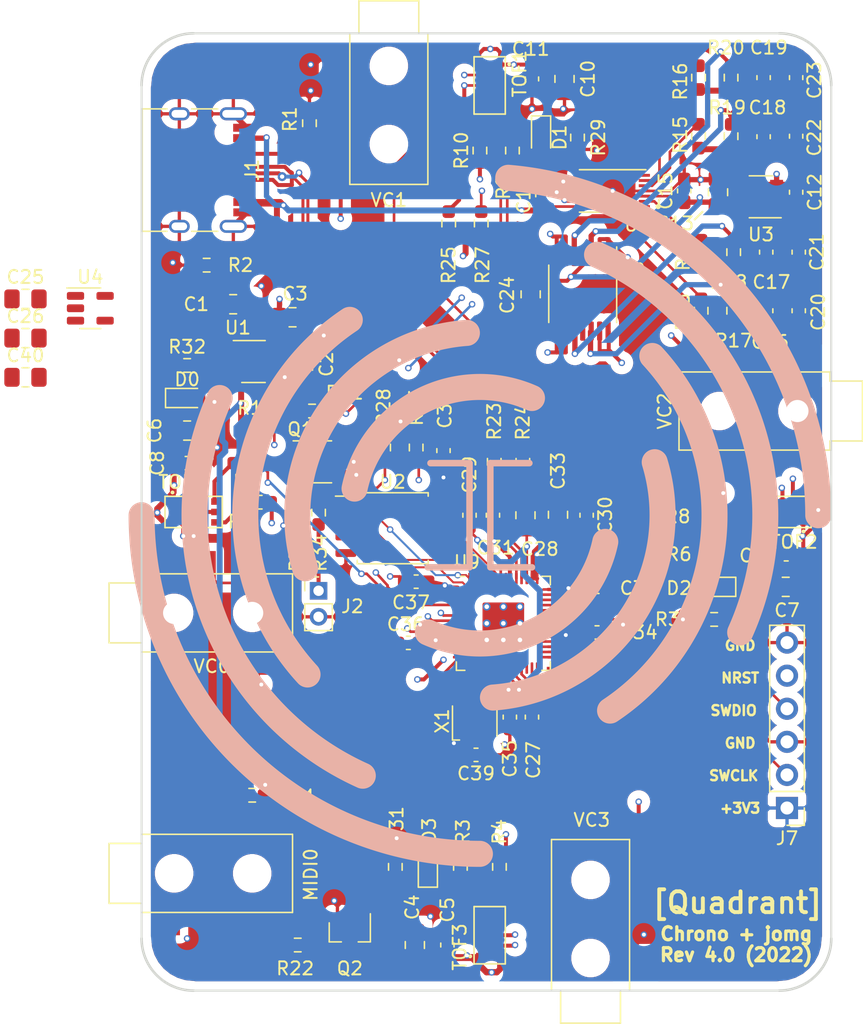
<source format=kicad_pcb>
(kicad_pcb (version 20221018) (generator pcbnew)
  (layers (0 "F.Cu" signal) (1 "In1.Cu" signal) (2 "In2.Cu" signal) (31 "B.Cu" signal) (34 "B.Paste" user) (35 "F.Paste" user) (36 "B.SilkS" user "B.Silkscreen") (37 "F.SilkS" user "F.Silkscreen") (38 "B.Mask" user) (39 "F.Mask" user) (44 "Edge.Cuts" user))
  (net 0 "")
  (net 1 "GND")
  (net 2 "NRST")
  (net 3 "SWDIO")
  (net 4 "SWCLK")
  (net 5 "USB5V")
  (net 6 "+2V8")
  (net 7 "+3V3")
  (net 8 "Net-(U8D-+)")
  (net 9 "Net-(U8C-+)")
  (net 10 "Net-(U8A-+)")
  (net 11 "SCL")
  (net 12 "SDA")
  (net 13 "EN1")
  (net 14 "EN3")
  (net 15 "EN2")
  (net 16 "MIDIO")
  (net 17 "DAC0")
  (net 18 "DAC1")
  (net 19 "DAC2")
  (net 20 "DAC3")
  (net 21 "Net-(U8B-+)")
  (net 22 "4v8")
  (net 23 "GATE1")
  (net 24 "GATE3")
  (net 25 "GATE0")
  (net 26 "GATE2")
  (net 27 "SCL0")
  (net 28 "SDA0")
  (net 29 "SDA1")
  (net 30 "SCL1")
  (net 31 "Net-(C16-Pad2)")
  (net 32 "Net-(C17-Pad2)")
  (net 33 "Net-(C18-Pad2)")
  (net 34 "Net-(C19-Pad2)")
  (net 35 "Net-(U4-Vout)")
  (net 36 "Net-(U4-EN)")
  (net 37 "Net-(U9-VREG_VOUT)")
  (net 38 "Net-(U4-BP)")
  (net 39 "Net-(D0-K)")
  (net 40 "Net-(D1-K)")
  (net 41 "Net-(D2-K)")
  (net 42 "Net-(D3-K)")
  (net 43 "Net-(J1-CC2)")
  (net 45 "Net-(J1-CC1)")
  (net 47 "Net-(J2-Pin_1)")
  (net 49 "EN0")
  (net 50 "Net-(Q2-D)")
  (net 51 "Net-(TOF3-~{XSHUT})")
  (net 52 "Net-(TOF3-GPIO1)")
  (net 53 "Net-(TOF0-~{XSHUT})")
  (net 54 "Net-(TOF2-~{XSHUT})")
  (net 55 "Net-(TOF0-GPIO1)")
  (net 56 "Net-(TOF2-GPIO1)")
  (net 57 "Net-(TOF1-~{XSHUT})")
  (net 58 "Net-(TOF1-GPIO1)")
  (net 59 "Net-(U7-DAC0)")
  (net 60 "Net-(U7-DAC1)")
  (net 61 "Net-(U7-DAC2)")
  (net 62 "Net-(U7-DAC3)")
  (net 63 "Net-(U9-USB_DP)")
  (net 64 "Net-(U9-USB_DM)")
  (net 66 "LED0")
  (net 68 "LED1")
  (net 69 "LED2")
  (net 70 "LED3")
  (net 74 "unconnected-(U9-GPIO15-Pad18)")
  (net 75 "/mcu/SPISS")
  (net 76 "/mcu/SPID3")
  (net 77 "/mcu/SPISCLK")
  (net 78 "/mcu/SPID0")
  (net 79 "/mcu/SPID2")
  (net 80 "/mcu/SPID1")
  (net 81 "USBD+")
  (net 82 "USBD-")
  (net 84 "Net-(U9-XIN)")
  (net 87 "Net-(MIDI0-PadT)")
  (net 89 "Net-(MIDI0-PadR)")
  (footprint "Capacitor_SMD:C_0805_2012Metric_Pad1.18x1.45mm_HandSolder" (layer "F.Cu") (at 7.0375 -52.7)
    (fp_text reference "C1")
    (fp_text value "1 uF")
  )
  (footprint "quadrant:PJ-327C-4A" (layer "F.Cu") (at 0 -9)
    (fp_text reference "MIDI0")
    (fp_text value "AudioJack2_Ground_SwitchT")
  )
  (footprint "Resistor_SMD:R_0603_1608Metric_Pad0.98x0.95mm_HandSolder" (layer "F.Cu") (at 8.5 -15 180)
    (fp_text reference "R21")
    (fp_text value "220")
  )
  (footprint "Resistor_SMD:R_0603_1608Metric_Pad0.98x0.95mm_HandSolder" (layer "F.Cu") (at 12 -3.5)
    (fp_text reference "R22")
    (fp_text value "220")
  )
  (footprint "Capacitor_SMD:C_0603_1608Metric_Pad1.08x0.95mm_HandSolder" (layer "F.Cu") (at 30.8 -61.1 90)
    (fp_text reference "C14")
    (fp_text value "0.1 uF")
  )
  (footprint "Capacitor_SMD:C_0603_1608Metric_Pad1.08x0.95mm_HandSolder" (layer "F.Cu") (at 48 -52.2 -90)
    (fp_text reference "C16")
    (fp_text value "0.1 uF")
  )
  (footprint "Capacitor_SMD:C_0603_1608Metric_Pad1.08x0.95mm_HandSolder" (layer "F.Cu") (at 48 -56.7 -90)
    (fp_text reference "C17")
    (fp_text value "0.1 uF")
  )
  (footprint "Capacitor_SMD:C_0603_1608Metric_Pad1.08x0.95mm_HandSolder" (layer "F.Cu") (at 50.5 -52.2 90)
    (fp_text reference "C20")
    (fp_text value "0.1 uF")
  )
  (footprint "Capacitor_SMD:C_0603_1608Metric_Pad1.08x0.95mm_HandSolder" (layer "F.Cu") (at 50.5 -56.7 90)
    (fp_text reference "C21")
    (fp_text value "0.1 uF")
  )
  (footprint "Capacitor_SMD:C_0603_1608Metric_Pad1.08x0.95mm_HandSolder" (layer "F.Cu") (at 30 -21 90)
    (fp_text reference "C27")
    (fp_text value "0.1 uF")
  )
  (footprint "Capacitor_SMD:C_0805_2012Metric_Pad1.18x1.45mm_HandSolder" (layer "F.Cu") (at 29.5 -36.5 -90)
    (fp_text reference "C28")
    (fp_text value "1 uF")
  )
  (footprint "Capacitor_SMD:C_0603_1608Metric_Pad1.08x0.95mm_HandSolder" (layer "F.Cu") (at 25.2 -36.5 -90)
    (fp_text reference "C29")
    (fp_text value "0.1 uF")
  )
  (footprint "Capacitor_SMD:C_0603_1608Metric_Pad1.08x0.95mm_HandSolder" (layer "F.Cu") (at 34.2 -36.5 -90)
    (fp_text reference "C30")
    (fp_text value "0.1 uF")
  )
  (footprint "Capacitor_SMD:C_0603_1608Metric_Pad1.08x0.95mm_HandSolder" (layer "F.Cu") (at 27 -36.5 -90)
    (fp_text reference "C31")
    (fp_text value "0.1 uF")
  )
  (footprint "Capacitor_SMD:C_0805_2012Metric_Pad1.18x1.45mm_HandSolder" (layer "F.Cu") (at 32 -36.5375 -90)
    (fp_text reference "C33")
    (fp_text value "1 uF")
  )
  (footprint "Capacitor_SMD:C_0603_1608Metric_Pad1.08x0.95mm_HandSolder" (layer "F.Cu") (at 35 -27.5 180)
    (fp_text reference "C34")
    (fp_text value "0.1 uF")
  )
  (footprint "Capacitor_SMD:C_0603_1608Metric_Pad1.08x0.95mm_HandSolder" (layer "F.Cu") (at 20.5 -26.7)
    (fp_text reference "C36")
    (fp_text value "0.1 uF")
  )
  (footprint "Capacitor_SMD:C_0603_1608Metric_Pad1.08x0.95mm_HandSolder" (layer "F.Cu") (at 21.1 -31.4)
    (fp_text reference "C37")
    (fp_text value "0.1 uF")
  )
  (footprint "LED_SMD:LED_0603_1608Metric_Pad1.05x0.95mm_HandSolder" (layer "F.Cu") (at 44 -31 180)
    (fp_text reference "D2")
    (fp_text value "LED")
  )
  (footprint "LED_SMD:LED_0603_1608Metric_Pad1.05x0.95mm_HandSolder" (layer "F.Cu") (at 3.5 -45.5)
    (fp_text reference "D0")
    (fp_text value "LED")
  )
  (footprint "quadrant:PJ-327C-4A" (layer "F.Cu") (at 0 -29)
    (fp_text reference "VC0")
    (fp_text value "PJ-327C-4A")
  )
  (footprint "quadrant:PJ-327C-4A" (layer "F.Cu") (at 19 -73.5 -90)
    (fp_text reference "VC1")
    (fp_text value "PJ-327C-4A")
  )
  (footprint "Connector_PinHeader_2.54mm:PinHeader_1x06_P2.54mm_Vertical" (layer "F.Cu") (at 49.6 -14.02 180)
    (fp_text reference "J7")
    (fp_text value "Conn_01x06")
  )
  (footprint "Resistor_SMD:R_0603_1608Metric_Pad0.98x0.95mm_HandSolder" (layer "F.Cu") (at 8.8 -43.3)
    (fp_text reference "R12")
    (fp_text value "4.7k")
  )
  (footprint "Resistor_SMD:R_0603_1608Metric_Pad0.98x0.95mm_HandSolder" (layer "F.Cu") (at 43 -52.2 -90)
    (fp_text reference "R13")
    (fp_text value "1k")
  )
  (footprint "Resistor_SMD:R_0603_1608Metric_Pad0.98x0.95mm_HandSolder" (layer "F.Cu") (at 43 -56.7 -90)
    (fp_text reference "R14")
    (fp_text value "1k")
  )
  (footprint "Resistor_SMD:R_0603_1608Metric_Pad0.98x0.95mm_HandSolder" (layer "F.Cu") (at 45.5 -52.2 90)
    (fp_text reference "R17")
    (fp_text value "1k")
  )
  (footprint "Resistor_SMD:R_0603_1608Metric_Pad0.98x0.95mm_HandSolder" (layer "F.Cu") (at 27.1 -40.6 90)
    (fp_text reference "R23")
    (fp_text value "27")
  )
  (footprint "Resistor_SMD:R_0603_1608Metric_Pad0.98x0.95mm_HandSolder" (layer "F.Cu") (at 29.3 -40.6 90)
    (fp_text reference "R24")
    (fp_text value "27")
  )
  (footprint "quadrant:SENSOR_VL53L0X" (layer "F.Cu") (at 26.75 -4.25 90)
    (fp_text reference "TOF3")
    (fp_text value "VL53L0X")
  )
  (footprint "quadrant:SENSOR_VL53L0X" (layer "F.Cu") (at 4 -36.75)
    (fp_text reference "TOF0")
    (fp_text value "VL53L0X")
  )
  (footprint "quadrant:SENSOR_VL53L0X" (layer "F.Cu") (at 49.25 -36.75 180)
    (fp_text reference "TOF2")
    (fp_text value "VL53L0X")
  )
  (footprint "quadrant:SENSOR_VL53L0X" (layer "F.Cu") (at 26.75 -69.5 -90)
    (fp_text reference "TOF1")
    (fp_text value "VL53L0X")
  )
  (footprint "quadrant:SON40P300X500X80-15N" (layer "F.Cu") (at 36.2 -61.4 180)
    (fp_text reference "U7")
    (fp_text value "DS3911")
  )
  (footprint "RP2040_minimal:RP2040-QFN-56" (layer "F.Cu") (at 27.8 -28.2)
    (fp_text reference "U9")
    (fp_text value "RP2040")
  )
  (footprint "Resistor_SMD:R_0603_1608Metric_Pad0.98x0.95mm_HandSolder" (layer "F.Cu") (at 12.9 -66.6 -90)
    (fp_text reference "R1")
    (fp_text value "5.1k")
  )
  (footprint "Resistor_SMD:R_0603_1608Metric_Pad0.98x0.95mm_HandSolder" (layer "F.Cu") (at 5 -55.7)
    (fp_text reference "R2")
    (fp_text value "5.1k")
  )
  (footprint "Resistor_SMD:R_0603_1608Metric_Pad0.98x0.95mm_HandSolder" (layer "F.Cu") (at 24.5 -9.5 -90)
    (fp_text reference "R3")
    (fp_text value "10k")
  )
  (footprint "Resistor_SMD:R_0603_1608Metric_Pad0.98x0.95mm_HandSolder" (layer "F.Cu") (at 27.5 -9.5 -90)
    (fp_text reference "R4")
    (fp_text value "10k")
  )
  (footprint "Resistor_SMD:R_0603_1608Metric_Pad0.98x0.95mm_HandSolder" (layer "F.Cu") (at 8 -40.5 180)
    (fp_text reference "R5")
    (fp_text value "10k")
  )
  (footprint "Resistor_SMD:R_0603_1608Metric_Pad0.98x0.95mm_HandSolder" (layer "F.Cu") (at 44 -33.5)
    (fp_text reference "R6")
    (fp_text value "10k")
  )
  (footprint "Resistor_SMD:R_0603_1608Metric_Pad0.98x0.95mm_HandSolder" (layer "F.Cu") (at 44 -36.5)
    (fp_text reference "R8")
    (fp_text value "10k")
  )
  (footprint "Resistor_SMD:R_0603_1608Metric_Pad0.98x0.95mm_HandSolder" (layer "F.Cu") (at 28.5 -64.5 90)
    (fp_text reference "R9")
    (fp_text value "10k")
  )
  (footprint "Resistor_SMD:R_0603_1608Metric_Pad0.98x0.95mm_HandSolder" (layer "F.Cu") (at 26 -64.5 90)
    (fp_text reference "R10")
    (fp_text value "10k")
  )
  (footprint "Resistor_SMD:R_0603_1608Metric_Pad0.98x0.95mm_HandSolder" (layer "F.Cu") (at 13.1 -44.5)
    (fp_text reference "R11")
    (fp_text value "4.7k")
  )
  (footprint "Resistor_SMD:R_0603_1608Metric_Pad0.98x0.95mm_HandSolder" (layer "F.Cu") (at 33.5 -65.5 -90)
    (fp_text reference "R29")
    (fp_text value "10")
  )
  (footprint "Resistor_SMD:R_0603_1608Metric_Pad0.98x0.95mm_HandSolder" (layer "F.Cu") (at 44 -28.5 180)
    (fp_text reference "R30")
    (fp_text value "10")
  )
  (footprint "Resistor_SMD:R_0603_1608Metric_Pad0.98x0.95mm_HandSolder" (layer "F.Cu") (at 19.5 -9.5 90)
    (fp_text reference "R31")
    (fp_text value "10")
  )
  (footprint "Capacitor_SMD:C_0805_2012Metric_Pad1.18x1.45mm_HandSolder" (layer "F.Cu") (at 21 -3.5 -90)
    (fp_text reference "C4")
    (fp_text value "4.7 uF")
  )
  (footprint "Capacitor_SMD:C_0603_1608Metric_Pad1.08x0.95mm_HandSolder" (layer "F.Cu") (at 23.5 -3.5 -90)
    (fp_text reference "C5")
    (fp_text value "0.1 uF")
  )
  (footprint "Capacitor_SMD:C_0805_2012Metric_Pad1.18x1.45mm_HandSolder" (layer "F.Cu") (at 3.5 -43 180)
    (fp_text reference "C6")
    (fp_text value "4.7 uF")
  )
  (footprint "Capacitor_SMD:C_0805_2012Metric_Pad1.18x1.45mm_HandSolder" (layer "F.Cu") (at 49.5 -31)
    (fp_text reference "C7")
    (fp_text value "4.7 uF")
  )
  (footprint "Capacitor_SMD:C_0603_1608Metric_Pad1.08x0.95mm_HandSolder" (layer "F.Cu") (at 3.5 -40.5 180)
    (fp_text reference "C8")
    (fp_text value "0.1 uF")
  )
  (footprint "Capacitor_SMD:C_0603_1608Metric_Pad1.08x0.95mm_HandSolder" (layer "F.Cu") (at 49.5375 -33.5)
    (fp_text reference "C9")
    (fp_text value "0.1 uF")
  )
  (footprint "Capacitor_SMD:C_0805_2012Metric_Pad1.18x1.45mm_HandSolder" (layer "F.Cu") (at 32.5 -70 90)
    (fp_text reference "C10")
    (fp_text value "4.7 uF")
  )
  (footprint "Capacitor_SMD:C_0603_1608Metric_Pad1.08x0.95mm_HandSolder" (layer "F.Cu") (at 30 -70 90)
    (fp_text reference "C11")
    (fp_text value "0.1 uF")
  )
  (footprint "quadrant:PJ-327C-4A" (layer "F.Cu") (at 34.5 0 90)
    (fp_text reference "VC3")
    (fp_text value "PJ-327C-4A")
  )
  (footprint "Resistor_SMD:R_0603_1608Metric_Pad0.98x0.95mm_HandSolder" (layer "F.Cu") (at 9 -37.5 180)
    (fp_text reference "R7")
    (fp_text value "10k")
  )
  (footprint "quadrant:PJ-327C-4A" (layer "F.Cu") (at 52.9 -44.5 180)
    (fp_text reference "VC2")
    (fp_text value "PJ-327C-4A")
  )
  (footprint "Capacitor_SMD:C_0805_2012Metric_Pad1.18x1.45mm_HandSolder" (layer "F.Cu") (at 29.9 -53.4625 -90)
    (fp_text reference "C24")
    (fp_text value "1 uF")
  )
  (footprint "Package_SO:TSSOP-14_4.4x5mm_P0.65mm" (layer "F.Cu") (at 33.9 -53.5 -90)
    (fp_text reference "U8")
    (fp_text value "TSV994IPT")
  )
  (footprint "Capacitor_SMD:C_0603_1608Metric_Pad1.08x0.95mm_HandSolder" (layer "F.Cu") (at 47.8 -70.1 -90)
    (fp_text reference "C19")
    (fp_text value "0.1 uF")
  )
  (footprint "Capacitor_SMD:C_0603_1608Metric_Pad1.08x0.95mm_HandSolder" (layer "F.Cu") (at 47.8 -65.5625 -90)
    (fp_text reference "C18")
    (fp_text value "0.1 uF")
  )
  (footprint "Capacitor_SMD:C_0603_1608Metric_Pad1.08x0.95mm_HandSolder" (layer "F.Cu") (at 50.3 -65.6 90)
    (fp_text reference "C22")
    (fp_text value "0.1 uF")
  )
  (footprint "Capacitor_SMD:C_0603_1608Metric_Pad1.08x0.95mm_HandSolder" (layer "F.Cu") (at 50.3 -70.1 90)
    (fp_text reference "C23")
    (fp_text value "0.1 uF")
  )
  (footprint "Resistor_SMD:R_0603_1608Metric_Pad0.98x0.95mm_HandSolder" (layer "F.Cu") (at 45.3 -65.6 90)
    (fp_text reference "R19")
    (fp_text value "1k")
  )
  (footprint "Resistor_SMD:R_0603_1608Metric_Pad0.98x0.95mm_HandSolder" (layer "F.Cu") (at 42.8 -70.1 -90)
    (fp_text reference "R16")
    (fp_text value "1k")
  )
  (footprint "Resistor_SMD:R_0603_1608Metric_Pad0.98x0.95mm_HandSolder" (layer "F.Cu") (at 45.3 -70.1 90)
    (fp_text reference "R20")
    (fp_text value "1k")
  )
  (footprint "Resistor_SMD:R_0603_1608Metric_Pad0.98x0.95mm_HandSolder" (layer "F.Cu") (at 42.8 -65.6 -90)
    (fp_text reference "R15")
    (fp_text value "1k")
  )
  (footprint "Capacitor_SMD:C_0805_2012Metric_Pad1.18x1.45mm_HandSolder" (layer "F.Cu") (at 11.6 -51.7)
    (fp_text reference "C3")
    (fp_text value "1 uF")
  )
  (footprint "Capacitor_SMD:C_0805_2012Metric_Pad1.18x1.45mm_HandSolder" (layer "F.Cu") (at 12.4 -47.9 90)
    (fp_text reference "C2")
    (fp_text value "1 uF")
  )
  (footprint "LED_SMD:LED_0603_1608Metric_Pad1.05x0.95mm_HandSolder" (layer "F.Cu") (at 22 -9.6 90)
    (fp_text reference "D3")
    (fp_text value "LED")
  )
  (footprint "Resistor_SMD:R_0603_1608Metric_Pad0.98x0.95mm_HandSolder" (layer "F.Cu") (at 3.5 -48)
    (fp_text reference "R32")
    (fp_text value "10")
  )
  (footprint "Capacitor_SMD:C_0603_1608Metric_Pad1.08x0.95mm_HandSolder" (layer "F.Cu") (at 50.3 -61.3 -90)
    (fp_text reference "C12")
    (fp_text value "0.1 uF")
  )
  (footprint "Capacitor_SMD:C_0805_2012Metric_Pad1.18x1.45mm_HandSolder" (layer "F.Cu") (at 44.3 -61.3 90)
    (fp_text reference "C13")
    (fp_text value "1 uF")
  )
  (footprint "Capacitor_SMD:C_0603_1608Metric_Pad1.08x0.95mm_HandSolder" (layer "F.Cu") (at 41.7 -61.4 90)
    (fp_text reference "C15")
    (fp_text value "0.1 uF")
  )
  (footprint "Capacitor_SMD:C_0603_1608Metric_Pad1.08x0.95mm_HandSolder" (layer "F.Cu") (at 23.2 -41.4625 -90)
    (fp_text reference "C38")
    (fp_text value "0.1 uF")
  )
  (footprint "Resistor_SMD:R_0603_1608Metric_Pad0.98x0.95mm_HandSolder" (layer "F.Cu") (at 13.6 -36.7 -90)
    (fp_text reference "R34")
    (fp_text value "1k")
  )
  (footprint "Package_SO:SOIC-8_5.23x5.23mm_P1.27mm" (layer "F.Cu") (at 19.3 -35.5)
    (fp_text reference "U2")
    (fp_text value "W25Q128JVS")
  )
  (footprint "Resistor_SMD:R_0603_1608Metric_Pad0.98x0.95mm_HandSolder" (layer "F.Cu") (at 11.9 -36.7 90)
    (fp_text reference "R35")
    (fp_text value "DNP")
  )
  (footprint "Resistor_SMD:R_0603_1608Metric_Pad0.98x0.95mm_HandSolder" (layer "F.Cu") (at 26.1 -58.9 90)
    (fp_text reference "R27")
    (fp_text value "2k")
  )
  (footprint "Resistor_SMD:R_0603_1608Metric_Pad0.98x0.95mm_HandSolder" (layer "F.Cu") (at 18.6 -41.7 90)
    (fp_text reference "R28")
    (fp_text value "4.7k")
  )
  (footprint "Resistor_SMD:R_0603_1608Metric_Pad0.98x0.95mm_HandSolder" (layer "F.Cu") (at 21.1 -41.7 90)
    (fp_text reference "R26")
    (fp_text value "4.7k")
  )
  (footprint "Resistor_SMD:R_0603_1608Metric_Pad0.98x0.95mm_HandSolder" (layer "F.Cu") (at 23.6 -58.9 90)
    (fp_text reference "R25")
    (fp_text value "2k")
  )
  (footprint "Package_TO_SOT_SMD:SOT-23-6_Handsoldering" (layer "F.Cu") (at 13.7 -40.6)
    (fp_text reference "Q1")
    (fp_text value "DMN601DMK-7")
  )
  (footprint "Capacitor_SMD:C_0603_1608Metric_Pad1.08x0.95mm_HandSolder" (layer "F.Cu") (at 25.7 -18.1 180)
    (fp_text reference "C39")
    (fp_text value "10 nF")
  )
  (footprint "Oscillator:Oscillator_SMD_Kyocera_KC2520Z-4Pin_2.5x2.0mm" (layer "F.Cu") (at 25.6 -20.7 90)
    (fp_text reference "X1")
    (fp_text value "XO53")
  )
  (footprint "Connector_PinHeader_2.00mm:PinHeader_1x02_P2.00mm_Vertical" (layer "F.Cu") (at 13.6 -30.7)
    (fp_text reference "J2")
    (fp_text value "Conn_01x02_Male")
  )
  (footprint "Capacitor_SMD:C_0603_1608Metric_Pad1.08x0.95mm_HandSolder" (layer "F.Cu") (at 28.3 -21 90)
    (fp_text reference "C35")
    (fp_text value "0.1 uF")
  )
  (footprint "Capacitor_SMD:C_0603_1608Metric_Pad1.08x0.95mm_HandSolder" (layer "F.Cu") (at 35 -31 180)
    (fp_text reference "C32")
    (fp_text value "0.1 uF")
  )
  (footprint "Resistor_SMD:R_0603_1608Metric_Pad0.98x0.95mm_HandSolder" (layer "F.Cu") (at 45.5 -56.7 90)
    (fp_text reference "R18")
    (fp_text value "1k")
  )
  (footprint "LED_SMD:LED_0603_1608Metric_Pad1.05x0.95mm_HandSolder" (layer "F.Cu") (at 30.7 -65.5 -90)
    (fp_text reference "D1")
    (fp_text value "LED")
  )
  (footprint "quadrant:SOT-26" (layer "F.Cu") (at 8.6 -48.3)
    (fp_text reference "U1")
    (fp_text value "VRD2833PTX")
  )
  (footprint "quadrant:SOT-25" (layer "F.Cu") (at 47.6 -60.95 180)
    (fp_text reference "U3")
    (fp_text value "VRH4801NTX")
  )
  (footprint "Package_TO_SOT_SMD:SOT-23" (layer "F.Cu") (at 16 -4.5 -90)
    (fp_text reference "Q2")
    (fp_text value "NCE3400")
  )
  (footprint "quadrant:USB_C_Receptacle_HRO_TYPE-C-31-M-12" (layer "F.Cu") (at 2.9 -63 -90)
    (fp_text reference "J1")
    (fp_text value "USB_C_Receptacle_USB2.0")
  )
  (footprint "Package_TO_SOT_SMD:SOT-23-5" (layer "F.Cu") (at -3.9425 -52.39)
    (fp_text reference "U4")
    (fp_text value "RT9193-33GB")
  )
  (footprint "Capacitor_SMD:C_0805_2012Metric_Pad1.18x1.45mm_HandSolder" (layer "F.Cu") (at -8.9225 -47.09)
    (fp_text reference "C40")
    (fp_text value "22nF")
  )
  (footprint "Capacitor_SMD:C_0805_2012Metric_Pad1.18x1.45mm_HandSolder" (layer "F.Cu") (at -8.9225 -50.1)
    (fp_text reference "C26")
    (fp_text value "1 uF")
  )
  (footprint "Capacitor_SMD:C_0805_2012Metric_Pad1.18x1.45mm_HandSolder" (layer "F.Cu") (at -8.9225 -53.11)
    (fp_text reference "C25")
    (fp_text value "1 uF")
  )
  (gr_arc (start 35 -56.5) (mid 46.506097 -44.278175) (end 46 -27.5) (stroke (width 2)) (layer "B.SilkS"))
  (gr_arc (start 39.246857 -48.727869) (mid 43.90093 -34.365358) (end 36 -21.5) (stroke (width 2)) (layer "B.SilkS"))
  (gr_arc (start 39.432435 -40.570589) (mid 37.563319 -28.54452) (end 27 -22.5) (stroke (width 2)) (layer "B.SilkS"))
  (gr_arc (start 17 -16.5) (mid 5.493903 -28.721825) (end 6 -45.5) (stroke (width 2)) (layer "B.SilkS"))
  (gr_arc (start 12.753143 -24.272131) (mid 8.09907 -38.634642) (end 16 -51.5) (stroke (width 2)) (layer "B.SilkS"))
  (gr_arc (start 12.567565 -32.429411) (mid 14.436681 -44.45548) (end 25 -50.5) (stroke (width 2)) (layer "B.SilkS"))
  (gr_arc (start 35.634357 -34.455697) (mid 30.475704 -27.726854) (end 22 -27.5) (stroke (width 2)) (layer "B.SilkS"))
  (gr_arc (start 16.365643 -38.544303) (mid 21.524296 -45.273146) (end 30 -45.5) (stroke (width 2)) (layer "B.SilkS"))
  (gr_line (start 26.8 -32.5) (end 26.8 -40.5) (stroke (width 0.5)) (layer "B.SilkS"))
  (gr_line (start 26.8 -40.5) (end 29.8 -40.5) (stroke (width 0.5)) (layer "B.SilkS"))
  (gr_line (start 30 -32.5) (end 27 -32.5) (stroke (width 0.5)) (layer "B.SilkS"))
  (gr_line (start 25.2 -40.5) (end 25.2 -32.5) (stroke (width 0.5)) (layer "B.SilkS"))
  (gr_line (start 22.2 -40.5) (end 25.2 -40.5) (stroke (width 0.5)) (layer "B.SilkS"))
  (gr_line (start 25 -32.5) (end 22 -32.5) (stroke (width 0.5)) (layer "B.SilkS"))
  (gr_arc (start 26 -10.5) (mid 7.615224 -18.115224) (end 0 -36.5) (stroke (width 2)) (layer "B.SilkS"))
  (gr_arc (start 28.175624 -62.408814) (mid 45.138524 -54.098775) (end 52 -36.5) (stroke (width 2)) (layer "B.SilkS"))
  (gr_line (start 42.5 -59.2) (end 43.1 -59.8) (stroke (width 0.15)) (layer "F.SilkS"))
  (gr_arc (start 4 0) (mid 1.171573 -1.171573) (end 0 -4) (stroke (width 0.2)) (layer "Edge.Cuts"))
  (gr_line (start 0 -69.5) (end 0 -4) (stroke (width 0.15)) (layer "Edge.Cuts"))
  (gr_line (start 4 -73.5) (end 49 -73.5) (stroke (width 0.15)) (layer "Edge.Cuts"))
  (gr_arc (start 0 -69.5) (mid 1.171573 -72.328427) (end 4 -73.5) (stroke (width 0.2)) (layer "Edge.Cuts"))
  (gr_line (start 4 0) (end 49 0) (stroke (width 0.15)) (layer "Edge.Cuts"))
  (gr_arc (start 49 -73.5) (mid 51.828427 -72.328427) (end 53 -69.5) (stroke (width 0.2)) (layer "Edge.Cuts"))
  (gr_arc (start 53 -4) (mid 51.828427 -1.171573) (end 49 0) (stroke (width 0.2)) (layer "Edge.Cuts"))
  (gr_line (start 53 -69.5) (end 53 -4) (stroke (width 0.15)) (layer "Edge.Cuts"))
  (gr_text "SWDIO" (at 45.5 -21.5) (layer "F.SilkS") (effects (font (size 0.762 0.762) (thickness 0.1905))))
  (gr_text "GND" (at 46 -26.5) (layer "F.SilkS") (effects (font (size 0.762 0.762) (thickness 0.1905))))
  (gr_text "GND" (at 46 -19) (layer "F.SilkS") (effects (font (size 0.762 0.762) (thickness 0.1905))))
  (gr_text "SWCLK" (at 45.5 -16.5) (layer "F.SilkS") (effects (font (size 0.762 0.762) (thickness 0.1905))))
  (gr_text "+3V3" (at 46 -14) (layer "F.SilkS") (effects (font (size 0.762 0.762) (thickness 0.1905))))
  (gr_text "NRST" (at 46 -24) (layer "F.SilkS") (effects (font (size 0.762 0.762) (thickness 0.1905))))
  (gr_text "[Quadrant]" (at 45.8 -6.75) (layer "F.SilkS") (effects (font (size 1.6 1.6) (thickness 0.3))))
  (gr_text "Chrono + jomg\nRev 4.0 (2022)" (at 45.7 -3.55) (layer "F.SilkS") (effects (font (size 1 1) (thickness 0.25))))
  (segment (start 36.2 -61.4) (end 36.2 -61.4) (width 0.2032) (layer "F.Cu") (net 1))
  (segment (start 9.246358 -48.3) (end 12.0625 -48.3) (width 0.3048) (layer "F.Cu") (net 1))
  (segment (start 42.9625 -62.2625) (end 44.225 -62.2625) (width 0.4064) (layer "F.Cu") (net 1))
  (segment (start 23.5 -4.5375) (end 21 -4.5375) (width 0.3048) (layer "F.Cu") (net 1))
  (segment (start 8.6 -49.65) (end 8.6 -52.175) (width 0.3048) (layer "F.Cu") (net 1))
  (segment (start 48.5 -33.5) (end 48.5 -35.9) (width 0.3048) (layer "F.Cu") (net 1))
  (segment (start 14 -50.3) (end 12.6 -50.3) (width 0.4064) (layer "F.Cu") (net 1))
  (segment (start 50.601358 -36.75) (end 50.05 -36.198642) (width 0.3048) (layer "F.Cu") (net 1))
  (segment (start 19.8375 -31.8) (end 20.2375 -31.4) (width 0.2032) (layer "F.Cu") (net 1))
  (segment (start 38.635 -61.4) (end 40.6625 -61.4) (width 0.2032) (layer "F.Cu") (net 1))
  (segment (start 47.8 -71.1375) (end 48.225 -71.1375) (width 0.3048) (layer "F.Cu") (net 1))
  (segment (start 11.7625 -48.3) (end 12.4 -48.9375) (width 0.4064) (layer "F.Cu") (net 1))
  (segment (start 8.6 -49.65) (end 8.6 -48.946358) (width 0.3048) (layer "F.Cu") (net 1))
  (segment (start 8.6 -48.946358) (end 9.246358 -48.3) (width 0.3048) (layer "F.Cu") (net 1))
  (segment (start 8.6 -52.175) (end 8.075 -52.7) (width 0.3048) (layer "F.Cu") (net 1))
  (segment (start 50.85 -36.75) (end 50.601358 -36.75) (width 0.3048) (layer "F.Cu") (net 1))
  (segment (start 4.5375 -40.5) (end 4.5375 -37.5375) (width 0.3048) (layer "F.Cu") (net 1))
  (segment (start 19.1 -31.8) (end 19.8375 -31.8) (width 0.2032) (layer "F.Cu") (net 1))
  (segment (start 26.75 -67.9) (end 26.75 -68.4548) (width 0.3048) (layer "F.Cu") (net 1))
  (segment (start 48.5 -35.9) (end 48.45 -35.95) (width 0.3048) (layer "F.Cu") (net 1))
  (segment (start 23.5 -4.5375) (end 25.6625 -4.5375) (width 0.3048) (layer "F.Cu") (net 1))
  (segment (start 5.6 -36.75) (end 5.0452 -36.75) (width 0.3048) (layer "F.Cu") (net 1))
  (segment (start 37 -28.1) (end 36.8 -27.9) (width 0.4064) (layer "F.Cu") (net 1))
  (segment (start 26.9952 -70.3) (end 27.55 -70.3) (width 0.3048) (layer "F.Cu") (net 1))
  (segment (start 41.7 -62.2625) (end 42.9625 -62.2625) (width 0.4064) (layer "F.Cu") (net 1))
  (segment (start 50.075 -55.6625) (end 48 -57.7375) (width 0.3048) (layer "F.Cu") (net 1))
  (segment (start 26.75 -3.2048) (end 26.5048 -3.45) (width 0.3048) (layer "F.Cu") (net 1))
  (segment (start 9.8 -48.3) (end 11.7625 -48.3) (width 0.4064) (layer "F.Cu") (net 1))
  (segment (start 26.75 -70.5452) (end 26.9952 -70.3) (width 0.3048) (layer "F.Cu") (net 1))
  (segment (start 2.4 -36.75) (end 2.9548 -36.75) (width 0.3048) (layer "F.Cu") (net 1))
  (segment (start 25.6625 -4.5375) (end 25.95 -4.25) (width 0.3048) (layer "F.Cu") (net 1))
  (segment (start 48.8 -60.95) (end 49.7875 -60.95) (width 0.4064) (layer "F.Cu") (net 1))
  (segment (start 7.945 -59.75) (end 7.945 -59.595) (width 0.4064) (layer "F.Cu") (net 1))
  (segment (start 7.945 -66.405) (end 7.03 -67.32) (width 0.4064) (layer "F.Cu") (net 1))
  (segment (start 50.5 -55.6625) (end 50.075 -55.6625) (width 0.3048) (layer "F.Cu") (net 1))
  (segment (start 44.225 -62.2625) (end 44.3 -62.3375) (width 0.4064) (layer "F.Cu") (net 1))
  (segment (start 3.2 -37.55) (end 4.8 -37.55) (width 0.3048) (layer "F.Cu") (net 1))
  (segment (start 47.65 -36.75) (end 48.2048 -36.75) (width 0.3048) (layer "F.Cu") (net 1))
  (segment (start 32.387742 -62.1375) (end 32.40631 -62.118932) (width 0.4064) (layer "F.Cu") (net 1))
  (segment (start 12.0625 -48.3) (end 12.5 -48.7375) (width 0.3048) (layer "F.Cu") (net 1))
  (segment (start 48.2048 -36.75) (end 48.45 -36.5048) (width 0.3048) (layer "F.Cu") (net 1))
  (segment (start 12.6375 -49.175) (end 12.4 -48.9375) (width 0.4064) (layer "F.Cu") (net 1))
  (segment (start 26.75 -68.4548) (end 26.9952 -68.7) (width 0.3048) (layer "F.Cu") (net 1))
  (segment (start 26.75 -5.85) (end 26.75 -5.2952) (width 0.3048) (layer "F.Cu") (net 1))
  (segment (start 2.9548 -36.75) (end 3.2 -36.9952) (width 0.3048) (layer "F.Cu") (net 1))
  (segment (start 32.487378 -62.2) (end 32.40631 -62.118932) (width 0.2032) (layer "F.Cu") (net 1))
  (segment (start 27.8125 -68.9625) (end 27.55 -68.7) (width 0.3048) (layer "F.Cu") (net 1))
  (segment (start 7.945 -66.25) (end 7.945 -66.405) (width 0.4064) (layer "F.Cu") (net 1))
  (segment (start 38.635 -61.4) (end 38.6 -61.4) (width 0.2032) (layer "F.Cu") (net 1))
  (segment (start 48.225 -71.1375) (end 50.3 -69.0625) (width 0.3048) (layer "F.Cu") (net 1))
  (segment (start 26.5048 -5.05) (end 25.95 -5.05) (width 0.3048) (layer "F.Cu") (net 1))
  (segment (start 26.75 -5.2952) (end 26.5048 -5.05) (width 0.3048) (layer "F.Cu") (net 1))
  (segment (start 48.2625 -66.6) (end 50.3 -64.5625) (width 0.3048) (layer "F.Cu") (net 1))
  (segment (start 32.77249 -52.425) (end 33.9 -51.29749) (width 0.3048) (layer "F.Cu") (net 1))
  (segment (start 50.05 -36.198642) (end 50.05 -35.95) (width 0.3048) (layer "F.Cu") (net 1))
  (segment (start 38.6 -61.4) (end 36.2 -61.4) (width 0.2032) (layer "F.Cu") (net 1))
  (segment (start 26.5048 -3.45) (end 25.95 -3.45) (width 0.3048) (layer "F.Cu") (net 1))
  (segment (start 48.45 -35.95) (end 50.05 -35.95) (width 0.3048) (layer "F.Cu") (net 1))
  (segment (start 33.765 -62.2) (end 32.487378 -62.2) (width 0.2032) (layer "F.Cu") (net 1))
  (segment (start 30.8 -62.1375) (end 32.387742 -62.1375) (width 0.4064) (layer "F.Cu") (net 1))
  (segment (start 26.9952 -68.7) (end 27.55 -68.7) (width 0.3048) (layer "F.Cu") (net 1))
  (segment (start 25.95 -5.05) (end 25.95 -3.45) (width 0.3048) (layer "F.Cu") (net 1))
  (segment (start 33.9 -51.29749) (end 33.9 -50.6375) (width 0.3048) (layer "F.Cu") (net 1))
  (segment (start 49.7875 -60.95) (end 50.3 -60.4375) (width 0.4064) (layer "F.Cu") (net 1))
  (segment (start 36.4 -27.5) (end 36.8 -27.9) (width 0.4064) (layer "F.Cu") (net 1))
  (segment (start 50.5 -51.1625) (end 50.075 -51.1625) (width 0.3048) (layer "F.Cu") (net 1))
  (segment (start 3.2 -36.9952) (end 3.2 -37.55) (width 0.3048) (layer "F.Cu") (net 1))
  (segment (start 40.6625 -61.4) (end 41.7 -62.4375) (width 0.2032) (layer "F.Cu") (net 1))
  (segment (start 26.75 -71.1) (end 26.75 -70.5452) (width 0.3048) (layer "F.Cu") (net 1))
  (segment (start 35.8625 -27.5) (end 36.4 -27.5) (width 0.4064) (layer "F.Cu") (net 1))
  (segment (start 33.765 -61.8) (end 33.765 -61.4) (width 0.2032) (layer "F.Cu") (net 1))
  (segment (start 48.45 -36.5048) (end 48.45 -35.95) (width 0.3048) (layer "F.Cu") (net 1))
  (segment (start 27.55 -70.3) (end 27.55 -68.7) (width 0.3048) (layer "F.Cu") (net 1))
  (segment (start 5.0452 -36.75) (end 4.8 -36.9952) (width 0.3048) (layer "F.Cu") (net 1))
  (segment (start 12.6375 -51.7) (end 12.6375 -49.175) (width 0.4064) (layer "F.Cu") (net 1))
  (segment (start 29.9 -52.425) (end 32.77249 -52.425) (width 0.3048) (layer "F.Cu") (net 1))
  (segment (start 47.8 -66.6) (end 48.2625 -66.6) (width 0.3048) (layer "F.Cu") (net 1))
  (segment (start 26.75 -2.65) (end 26.75 -3.2048) (width 0.3048) (layer "F.Cu") (net 1))
  (segment (start 50.075 -51.1625) (end 48 -53.2375) (width 0.3048) (layer "F.Cu") (net 1))
  (segment (start 33.765 -61.4) (end 36.2 -61.4) (width 0.2032) (layer "F.Cu") (net 1))
  (segment (start 33.765 -62.2) (end 33.765 -61.8) (width 0.2032) (layer "F.Cu") (net 1))
  (segment (start 4.8 -36.9952) (end 4.8 -37.55) (width 0.3048) (layer "F.Cu") (net 1))
  (segment (start 30 -68.9625) (end 27.8125 -68.9625) (width 0.3048) (layer "F.Cu") (net 1))
  (segment (start 7.945 -59.595) (end 7.03 -58.68) (width 0.4064) (layer "F.Cu") (net 1))
  (via (at 22.2 -5.7) (size 0.5) (drill 0.3) (layers "F.Cu" "B.Cu") (net 1))
  (via (at 13 -71.1) (size 0.5) (drill 0.3) (layers "F.Cu" "B.Cu") (net 1))
  (via (at 19.6 -11.7) (size 0.5) (drill 0.3) (layers "F.Cu" "B.Cu") (net 1))
  (via (at 2.4 -55.9) (size 0.5) (drill 0.3) (layers "F.Cu" "B.Cu") (net 1))
  (via (at 14.8 -6.9) (size 0.5) (drill 0.3) (layers "F.Cu" "B.Cu") (net 1))
  (via (at 32.40631 -62.118932) (size 0.5) (drill 0.3) (layers "F.Cu" "B.Cu") (net 1))
  (via (at 38.6 -4.3) (size 0.5) (drill 0.3) (layers "F.Cu" "B.Cu") (net 1))
  (via (at 14 -50.3) (size 0.5) (drill 0.3) (layers "F.Cu" "B.Cu") (net 1))
  (via (at 36.2 -61.4) (size 0.5) (drill 0.3) (layers "F.Cu" "B.Cu") (net 1))
  (via (at 35 -64.5) (size 0.5) (drill 0.3) (layers "F.Cu" "B.Cu") (net 1))
  (via (at 41.6 -28.5) (size 0.5) (drill 0.3) (layers "F.Cu" "B.Cu") (net 1))
  (via (at 9.2 -54.1) (size 0.5) (drill 0.3) (layers "F.Cu" "B.Cu") (net 1))
  (via (at 32.4 -67.7) (size 0.5) (drill 0.3) (layers "F.Cu" "B.Cu") (net 1))
  (via (at 19.1 -31.8) (size 0.5) (drill 0.3) (layers "F.Cu" "B.Cu") (net 1))
  (via (at 3.5 -4) (size 0.5) (drill 0.3) (layers "F.Cu" "B.Cu") (net 1))
  (via (at 5.8 -41.7) (size 0.5) (drill 0.3) (layers "F.Cu" "B.Cu") (net 1))
  (via (at 30 -67.7) (size 0.5) (drill 0.3) (layers "F.Cu" "B.Cu") (net 1))
  (via (at 37 -28.1) (size 0.5) (drill 0.3) (layers "F.Cu" "B.Cu") (net 1))
  (via (at 42.9625 -62.2625) (size 0.5) (drill 0.3) (layers "F.Cu" "B.Cu") (net 1))
  (via (at 13 -69.1) (size 0.5) (drill 0.3) (layers "F.Cu" "B.Cu") (net 1))
  (via (at 27.9 -18.9) (size 0.5) (drill 0.3) (layers "F.Cu" "B.Cu") (net 1))
  (segment (start 30.485444 -23.00962) (end 48.23038 -23.00962) (width 0.2032) (layer "F.Cu") (net 3))
  (segment (start 29.2 -24.295064) (end 30.485444 -23.00962) (width 0.2032) (layer "F.Cu") (net 3))
  (segment (start 29.2 -24.7625) (end 29.2 -24.295064) (width 0.2032) (layer "F.Cu") (net 3))
  (segment (start 48.23038 -23.00962) (end 49.6 -21.64) (width 0.2032) (layer "F.Cu") (net 3))
  (segment (start 30.24599 -22.65401) (end 43.50599 -22.65401) (width 0.2032) (layer "F.Cu") (net 4))
  (segment (start 28.8 -24.7625) (end 28.8 -24.1) (width 0.2032) (layer "F.Cu") (net 4))
  (segment (start 28.8 -24.1) (end 30.24599 -22.65401) (width 0.2032) (layer "F.Cu") (net 4))
  (segment (start 43.50599 -22.65401) (end 49.6 -16.56) (width 0.2032) (layer "F.Cu") (net 4))
  (segment (start 12.2 -44.3) (end 12.19519 -44.30481) (width 0.3048) (layer "F.Cu") (net 5))
  (segment (start 7.65 -45.05) (end 7.6 -45.1) (width 0.4572) (layer "F.Cu") (net 5))
  (segment (start 10.65 -60.55) (end 7.945 -60.55) (width 0.4572) (layer "F.Cu") (net 5))
  (segment (start 7.4 -47.2) (end 7.65 -46.95) (width 0.4572) (layer "F.Cu") (net 5))
  (segment (start 6 -52.7) (end 6 -51.3) (width 0.4572) (layer "F.Cu") (net 5))
  (segment (start 9.55 -65.45) (end 9.6 -65.5) (width 0.4064) (layer "F.Cu") (net 5))
  (segment (start 6 -51.3) (end 7.4 -49.9) (width 0.4572) (layer "F.Cu") (net 5))
  (segment (start 7.4 -49.9) (end 7.4 -47.2) (width 0.4572) (layer "F.Cu") (net 5))
  (segment (start 8.063999 -60.431001) (end 10.4 -60.431001) (width 0.4572) (layer "F.Cu") (net 5))
  (segment (start 29.2 -59.9) (end 30.6375 -59.9) (width 0.4572) (layer "F.Cu") (net 5))
  (segment (start 30.6375 -59.9) (end 30.8 -60.0625) (width 0.4572) (layer "F.Cu") (net 5))
  (segment (start 10.4 -57.1) (end 6 -52.7) (width 0.4572) (layer "F.Cu") (net 5))
  (segment (start 50.0375 -61.9) (end 50.3 -62.1625) (width 0.4064) (layer "F.Cu") (net 5))
  (segment (start 47.6 -60.2936) (end 47.8936 -60) (width 0.4064) (layer "F.Cu") (net 5))
  (segment (start 9.3652 -45.1) (end 8.6 -45.8652) (width 0.3048) (layer "F.Cu") (net 5))
  (segment (start 7.945 -60.55) (end 8.063999 -60.431001) (width 0.4572) (layer "F.Cu") (net 5))
  (segment (start 8.6 -46.95) (end 7.65 -46.95) (width 0.3048) (layer "F.Cu") (net 5))
  (segment (start 9.5 -15.8) (end 9.4125 -15) (width 0.4572) (layer "F.Cu") (net 5))
  (segment (start 48.8 -61.9) (end 50.0375 -61.9) (width 0.4064) (layer "F.Cu") (net 5))
  (segment (start 10.4 -60.431001) (end 10.4 -57.1) (width 0.4572) (layer "F.Cu") (net 5))
  (segment (start 30.9375 -60.2) (end 30.8 -60.0625) (width 0.2032) (layer "F.Cu") (net 5))
  (segment (start 8.6 -45.8652) (end 8.6 -46.95) (width 0.3048) (layer "F.Cu") (net 5))
  (segment (start 12.19519 -44.30481) (end 11.39519 -44.30481) (width 0.3048) (layer "F.Cu") (net 5))
  (segment (start 11.39519 -44.30481) (end 10.6 -45.1) (width 0.3048) (layer "F.Cu") (net 5))
  (segment (start 47.8936 -60) (end 48.8 -60) (width 0.4064) (layer "F.Cu") (net 5))
  (segment (start 10.9 -60.3) (end 10.65 -60.55) (width 0.4572) (layer "F.Cu") (net 5))
  (segment (start 7.65 -46.95) (end 7.65 -45.05) (width 0.4572) (layer "F.Cu") (net 5))
  (segment (start 7.945 -65.45) (end 9.55 -65.45) (width 0.4064) (layer "F.Cu") (net 5))
  (segment (start 7.65 -45.05) (end 7.65 -43.45) (width 0.4572) (layer "F.Cu") (net 5))
  (segment (start 7.65 -43.45) (end 7.8 -43.3) (width 0.4572) (layer "F.Cu") (net 5))
  (segment (start 48.8 -61.9) (end 48.259918 -61.9) (width 0.4064) (layer "F.Cu") (net 5))
  (segment (start 33.765 -60.2) (end 30.9375 -60.2) (width 0.2032) (layer "F.Cu") (net 5))
  (segment (start 47.6 -61.240082) (end 47.6 -60.2936) (width 0.4064) (layer "F.Cu") (net 5))
  (segment (start 48.259918 -61.9) (end 47.6 -61.240082) (width 0.4064) (layer "F.Cu") (net 5))
  (segment (start 48.8 -62.7) (end 48.8 -61.9) (width 0.4064) (layer "F.Cu") (net 5))
  (segment (start 10.6 -45.1) (end 9.3652 -45.1) (width 0.3048) (layer "F.Cu") (net 5))
  (via (at 48.8 -62.7) (size 0.5) (drill 0.3) (layers "F.Cu" "B.Cu") (net 5))
  (via (at 7.6 -45.1) (size 0.5) (drill 0.3) (layers "F.Cu" "B.Cu") (net 5))
  (via (at 9.5 -15.8) (size 0.5) (drill 0.3) (layers "F.Cu" "B.Cu") (net 5))
  (via (at 10.9 -60.3) (size 0.5) (drill 0.3) (layers "F.Cu" "B.Cu") (net 5))
  (via (at 9.6 -65.5) (size 0.5) (drill 0.3) (layers "F.Cu" "B.Cu") (net 5))
  (via (at 29.2 -59.9) (size 0.5) (drill 0.3) (layers "F.Cu" "B.Cu") (net 5))
  (segment (start 10.9 -60.3) (end 11.3 -59.9) (width 0.4572) (layer "B.Cu") (net 5))
  (segment (start 6 -19.7) (end 9.5 -16.2) (width 0.4572) (layer "B.Cu") (net 5))
  (segment (start 6 -40.966118) (end 6 -19.7) (width 0.4572) (layer "B.Cu") (net 5))
  (segment (start 7.6 -45.1) (end 6.2 -43.7) (width 0.4572) (layer "B.Cu") (net 5))
  (segment (start 10.3 -60.3) (end 10.9 -60.3) (width 0.4064) (layer "B.Cu") (net 5))
  (segment (start 6.431001 -41.397119) (end 6 -40.966118) (width 0.4572) (layer "B.Cu") (net 5))
  (segment (start 9.5 -16.2) (end 9.5 -15.8) (width 0.4572) (layer "B.Cu") (net 5))
  (segment (start 6.2 -42.233882) (end 6.431001 -42.002881) (width 0.4572) (layer "B.Cu") (net 5))
  (segment (start 9.6 -61) (end 10.3 -60.3) (width 0.4064) (layer "B.Cu") (net 5))
  (segment (start 6.2 -43.7) (end 6.2 -42.233882) (width 0.4572) (layer "B.Cu") (net 5))
  (segment (start 6.431001 -42.002881) (end 6.431001 -41.397119) (width 0.4572) (layer "B.Cu") (net 5))
  (segment (start 11.3 -59.9) (end 29.2 -59.9) (width 0.4572) (layer "B.Cu") (net 5))
  (segment (start 9.6 -65.5) (end 9.6 -61) (width 0.4064) (layer "B.Cu") (net 5))
  (segment (start 24.9 -57.9) (end 24.9 -56.6) (width 0.4572) (layer "F.Cu") (net 6))
  (segment (start 24.9 -56.6) (end 24.7 -56.4) (width 0.4572) (layer "F.Cu") (net 6))
  (segment (start 26.1 -57.9) (end 24.9 -57.9) (width 0.4572) (layer "F.Cu") (net 6))
  (segment (start 24.9 -57.9) (end 23.6 -57.9) (width 0.4572) (layer "F.Cu") (net 6))
  (segment (start 2.4625 -43) (end 2.4625 -40.5) (width 0.4572) (layer "F.Cu") (net 6))
  (segment (start 52 -36.7) (end 52 -36) (width 0.3048) (layer "F.Cu") (net 6))
  (segment (start 25.95 -2.65) (end 23.6875 -2.65) (width 0.3048) (layer "F.Cu") (net 6))
  (segment (start 2.4 -40.4375) (end 2.4625 -40.5) (width 0.3048) (layer "F.Cu") (net 6))
  (segment (start 25.95 -71.1) (end 25.95 -71.95) (width 0.3048) (layer "F.Cu") (net 6))
  (segment (start 26.5452 -1.5) (end 25.95 -2.0952) (width 0.3048) (layer "F.Cu") (net 6))
  (segment (start 50.85 -37.55) (end 51.4048 -37.55) (width 0.3048) (layer "F.Cu") (net 6))
  (segment (start 2.4 -37.55) (end 2.4 -38.8) (width 0.4572) (layer "F.Cu") (net 6))
  (segment (start 27.55 -2.65) (end 27.55 -1.65) (width 0.4572) (layer "F.Cu") (net 6))
  (segment (start 27.55 -71.1) (end 29.9375 -71.1) (width 0.3048) (layer "F.Cu") (net 6))
  (segment (start 2.4625 -40.5) (end 2.4625 -38.8375) (width 0.4572) (layer "F.Cu") (net 6))
  (segment (start 27.3 -1.4) (end 26.5 -1.4) (width 0.4572) (layer "F.Cu") (net 6))
  (segment (start 30 -71.0375) (end 32.5 -71.0375) (width 0.3048) (layer "F.Cu") (net 6))
  (segment (start 29.9375 -71.1) (end 30 -71.0375) (width 0.3048) (layer "F.Cu") (net 6))
  (segment (start 27.55 -72.05) (end 27.55 -71.1) (width 0.3048) (layer "F.Cu") (net 6))
  (segment (start 52 -36) (end 51 -35) (width 0.3048) (layer "F.Cu") (net 6))
  (segment (start 50.85 -35.95) (end 50.85 -33.775) (width 0.3048) (layer "F.Cu") (net 6))
  (segment (start 26.5 -1.4) (end 25.4 -2.5) (width 0.4572) (layer "F.Cu") (net 6))
  (segment (start 52 -36.9548) (end 52 -36.7) (width 0.3048) (layer "F.Cu") (net 6))
  (segment (start 1.2 -37) (end 2.4625 -38.2625) (width 0.4572) (layer "F.Cu") (net 6))
  (segment (start 10.6 -53.1) (end 10.6 -52.7) (width 0.4064) (layer "F.Cu") (net 6))
  (segment (start 25.95 -71.95) (end 26.3 -72.3) (width 0.3048) (layer "F.Cu") (net 6))
  (segment (start 1.75 -35.95) (end 1.2 -36.5) (width 0.4572) (layer "F.Cu") (net 6))
  (segment (start 23.6875 -2.65) (end 23.5 -2.4625) (width 0.3048) (layer "F.Cu") (net 6))
  (segment (start 2.4 -35.95) (end 1.75 -35.95) (width 0.4572) (layer "F.Cu") (net 6))
  (segment (start 10 -35.9) (end 10 -37.5) (width 0.3048) (layer "F.Cu") (net 6))
  (segment (start 26.8 -72.3) (end 27.3 -72.3) (width 0.3048) (layer "F.Cu") (net 6))
  (segment (start 26 -63.5) (end 26 -62.3) (width 0.3048) (layer "F.Cu") (net 6))
  (segment (start 28 -11) (end 28 -12) (width 0.3048) (layer "F.Cu") (net 6))
  (segment (start 27.5 -10.5) (end 28 -11) (width 0.3048) (layer "F.Cu") (net 6))
  (segment (start 1.2 -36.5) (end 1.2 -36.7) (width 0.3048) (layer "F.Cu") (net 6))
  (segment (start 27.5 -1.5) (end 26.5452 -1.5) (width 0.3048) (layer "F.Cu") (net 6))
  (segment (start 26.3 -72.3) (end 26.8 -72.3) (width 0.3048) (layer "F.Cu") (net 6))
  (segment (start 52 -36.7) (end 52 -36.9) (width 0.3048) (layer "F.Cu") (net 6))
  (segment (start 51.4048 -37.55) (end 52 -36.9548) (width 0.3048) (layer "F.Cu") (net 6))
  (segment (start 10.5625 -49.744066) (end 9.960424 -49.14199) (width 0.4064) (layer "F.Cu") (net 6))
  (segment (start 27.55 -1.55) (end 27.5 -1.5) (width 0.3048) (layer "F.Cu") (net 6))
  (segment (start 44.7 -38.3) (end 44.7 -38.2) (width 0.3048) (layer "F.Cu") (net 6))
  (segment (start 25.4 -2.5) (end 23.5375 -2.5) (width 0.4572) (layer "F.Cu") (net 6))
  (segment (start 27.3 -72.3) (end 27.55 -72.05) (width 0.3048) (layer "F.Cu") (net 6))
  (segment (start 10.5625 -51.7) (end 10.5625 -49.744066) (width 0.4064) (layer "F.Cu") (net 6))
  (segment (start 21 -2.4625) (end 23.5 -2.4625) (width 0.3048) (layer "F.Cu") (net 6))
  (segment (start 10.6 -52.7) (end 10.5625 -51.7) (width 0.4064) (layer "F.Cu") (net 6))
  (segment (start 2.4625 -38.8375) (end 2.5 -38.8) (width 0.4572) (layer "F.Cu") (net 6))
  (segment (start 23.5375 -2.5) (end 23.5 -2.4625) (width 0.4572) (layer "F.Cu") (net 6))
  (segment (start 27.55 -1.65) (end 27.3 -1.4) (width 0.4572) (layer "F.Cu") (net 6))
  (segment (start 27.55 -2.65) (end 27.55 -1.55) (width 0.3048) (layer "F.Cu") (net 6))
  (segment (start 26.5 -1.4) (end 26.9 -1.4) (width 0.3048) (layer "F.Cu") (net 6))
  (segment (start 50.85 -33.775) (end 50.575 -33.5) (width 0.3048) (layer "F.Cu") (net 6))
  (segment (start 50.575 -31.0375) (end 50.5375 -31) (width 0.3048) (layer "F.Cu") (net 6))
  (segment (start 2.4625 -38.2625) (end 2.4625 -43) (width 0.4572) (layer "F.Cu") (net 6))
  (segment (start 44.7 -38.2) (end 43 -36.5) (width 0.3048) (layer "F.Cu") (net 6))
  (segment (start 50.575 -33.5) (end 50.575 -31.0375) (width 0.3048) (layer "F.Cu") (net 6))
  (segment (start 1.2 -36.5) (end 1.2 -37) (width 0.4572) (layer "F.Cu") (net 6))
  (segment (start 25.95 -2.0952) (end 25.95 -2.65) (width 0.3048) (layer "F.Cu") (net 6))
  (segment (start 2.4 -37.55) (end 2.4 -40.4375) (width 0.3048) (layer "F.Cu") (net 6))
  (segment (start 9.960424 -49.14199) (end 9.8 -49.14199) (width 0.4064) (layer "F.Cu") (net 6))
  (via (at 50.8 -34.9) (size 0.5) (drill 0.3) (layers "F.Cu" "B.Cu") (net 6))
  (via (at 28.6 -71.1) (size 0.5) (drill 0.3) (layers "F.Cu" "B.Cu") (net 6))
  (via (at 25 -2.7) (size 0.5) (drill 0.3) (layers "F.Cu" "B.Cu") (net 6))
  (via (at 24.7 -56.4) (size 0.5) (drill 0.3) (layers "F.Cu" "B.Cu") (net 6))
  (via (at 44.7 -38.2) (size 0.5) (drill 0.3) (layers "F.Cu" "B.Cu") (net 6))
  (via (at 10 -35.9) (size 0.5) (drill 0.3) (layers "F.Cu" "B.Cu") (net 6))
  (via (at 1.2 -36.7) (size 0.5) (drill 0.3) (layers "F.Cu" "B.Cu") (net 6))
  (via (at 28 -12) (size 0.5) (drill 0.3) (layers "F.Cu" "B.Cu") (net 6))
  (via (at 26.8 -72.3) (size 0.5) (drill 0.3) (layers "F.Cu" "B.Cu") (net 6))
  (via (at 10.6 -53.1) (size 0.5) (drill 0.3) (layers "F.Cu" "B.Cu") (net 6))
  (via (at 52 -36.9) (size 0.5) (drill 0.3) (layers "F.Cu" "B.Cu") (net 6))
  (via (at 26 -62.3) (size 0.5) (drill 0.3) (layers "F.Cu" "B.Cu") (net 6))
  (via (at 26.9 -1.4) (size 0.5) (drill 0.3) (layers "F.Cu" "B.Cu") (net 6))
  (via (at 2.5 -38.8) (size 0.5) (drill 0.3) (layers "F.Cu" "B.Cu") (net 6))
  (segment (start 20.2 -42.7) (end 21.1 -42.7) (width 0.4572) (layer "F.Cu") (net 7))
  (segment (start 18.6 -42.7) (end 20.2 -42.7) (width 0.4572) (layer "F.Cu") (net 7))
  (segment (start 23.2 -39.4) (end 23.2 -37.705) (width 0.4064) (layer "F.Cu") (net 7))
  (segment (start 12.35 -40.6) (end 15.05 -40.6) (width 0.3048) (layer "F.Cu") (net 7))
  (segment (start 21.9625 -31.4) (end 22.4625 -30.9) (width 0.4064) (layer "F.Cu") (net 7))
  (segment (start 30 -33.5) (end 30.2 -33.7) (width 0.2032) (layer "F.Cu") (net 7))
  (segment (start 34.1375 -31) (end 32.9 -31) (width 0.4064) (layer "F.Cu") (net 7))
  (segment (start 28 -24.7625) (end 28 -22.1625) (width 0.2032) (layer "F.Cu") (net 7))
  (segment (start 28 -31.6375) (end 28.4 -31.6375) (width 0.2032) (layer "F.Cu") (net 7))
  (segment (start 30.2 -31.7) (end 30.2 -33.3) (width 0.4064) (layer "F.Cu") (net 7))
  (segment (start 27 -34.600004) (end 27.1 -34.500004) (width 0.4064) (layer "F.Cu") (net 7))
  (segment (start 11.2375 -46.6625) (end 12.5 -46.6625) (width 0.4572) (layer "F.Cu") (net 7))
  (segment (start 28.3 -21.8625) (end 28.3 -23) (width 0.4064) (layer "F.Cu") (net 7))
  (segment (start 24.3625 -27.2) (end 23.5 -27.2) (width 0.254) (layer "F.Cu") (net 7))
  (segment (start 30.2 -33.7) (end 32 -35.5) (width 0.4064) (layer "F.Cu") (net 7))
  (segment (start 28 -22.1625) (end 28.3 -21.8625) (width 0.2032) (layer "F.Cu") (net 7))
  (segment (start 23.2 -40.6) (end 23.2 -39.4) (width 0.4064) (layer "F.Cu") (net 7))
  (segment (start 30 -31.6375) (end 30 -33.5) (width 0.2032) (layer "F.Cu") (net 7))
  (segment (start 30.2 -33.7) (end 30.4 -33.5) (width 0.4064) (layer "F.Cu") (net 7))
  (segment (start 24.037496 -19.0375) (end 24 -19.000004) (width 0.3048) (layer "F.Cu") (net 7))
  (segment (start 32.9 -31) (end 32.8 -30.9) (width 0.4064) (layer "F.Cu") (net 7))
  (segment (start 10.9875 -35.7875) (end 10.9 -35.7) (width 0.4064) (layer "F.Cu") (net 7))
  (segment (start 11.9 -35.7875) (end 10.9875 -35.7875) (width 0.4064) (layer "F.Cu") (net 7))
  (segment (start 28.3 -33.300004) (end 27.1 -34.500004) (width 0.3048) (layer "F.Cu") (net 7))
  (segment (start 23.2 -26.9) (end 22.6 -26.9) (width 0.254) (layer "F.Cu") (net 7))
  (segment (start 31.2375 -30.8) (end 33.7625 -30.8) (width 0.254) (layer "F.Cu") (net 7))
  (segment (start 28.3 -31.7) (end 28.3 -33.300004) (width 0.3048) (layer "F.Cu") (net 7))
  (segment (start 11 -47.1) (end 11.2375 -46.6625) (width 0.4572) (layer "F.Cu") (net 7))
  (segment (start 16.3 -40.6) (end 15.05 -40.6) (width 0.4572) (layer "F.Cu") (net 7))
  (segment (start 24.8375 -19.8125) (end 24.675 -19.975) (width 0.3048) (layer "F.Cu") (net 7))
  (segment (start 32 -35.5) (end 34.0625 -35.5) (width 0.2032) (layer "F.Cu") (net 7))
  (segment (start 33.7625 -30.8) (end 33.9625 -31) (width 0.254) (layer "F.Cu") (net 7))
  (segment (start 24.8375 -18.1) (end 24.8375 -19.0375) (width 0.3048) (layer "F.Cu") (net 7))
  (segment (start 22.6 -26.9) (end 21.6375 -26.9) (width 0.254) (layer "F.Cu") (net 7))
  (segment (start 24.8375 -19.0375) (end 24.037496 -19.0375) (width 0.3048) (layer "F.Cu") (net 7))
  (segment (start 10.05 -47.1) (end 9.8 -47.35) (width 0.4064) (layer "F.Cu") (net 7))
  (segment (start 12.5 -46.6625) (end 12.4 -46.8625) (width 0.4572) (layer "F.Cu") (net 7))
  (segment (start 24.3625 -30.8) (end 23.7625 -30.8) (width 0.2032) (layer "F.Cu") (net 7))
  (segment (start 21.6375 -26.9) (end 21.5375 -27) (width 0.254) (layer "F.Cu") (net 7))
  (segment (start 22.4625 -30.9) (end 24.2625 -30.9) (width 0.4064) (layer "F.Cu") (net 7))
  (segment (start 34.0625 -35.5) (end 34.2 -35.6375) (width 0.2032) (layer "F.Cu") (net 7))
  (segment (start 23.2 -37.705) (end 22.9 -37.405) (width 0.4064) (layer "F.Cu") (net 7))
  (segment (start 24.675 -21.425) (end 24.675 -19.975) (width 0.3048) (layer "F.Cu") (net 7))
  (segment (start 33.9375 -27.3) (end 34.1375 -27.5) (width 0.254) (layer "F.Cu") (net 7))
  (segment (start 23.5 -27.2) (end 23.2 -26.9) (width 0.254) (layer "F.Cu") (net 7))
  (segment (start 27 -35.6375) (end 27 -34.600004) (width 0.4064) (layer "F.Cu") (net 7))
  (segment (start 19.9 -42.7) (end 20.2 -42.7) (width 0.4572) (layer "F.Cu") (net 7))
  (segment (start 19.9 -43.7) (end 19.9 -42.7) (width 0.4572) (layer "F.Cu") (net 7))
  (segment (start 23.3 -31.1) (end 21.9625 -31.4) (width 0.4064) (layer "F.Cu") (net 7))
  (segment (start 34.1375 -27.5) (end 32.8 -27.5) (width 0.4064) (layer "F.Cu") (net 7))
  (segment (start 30.4 -31.6375) (end 30.2625 -31.6375) (width 0.3048) (layer "F.Cu") (net 7))
  (segment (start 11 -47.1) (end 10.05 -47.1) (width 0.4064) (layer "F.Cu") (net 7))
  (segment (start 31.840858 -27.3) (end 33.9375 -27.3) (width 0.254) (layer "F.Cu") (net 7))
  (segment (start 30.2 -33.3) (end 30.4 -33.5) (width 0.4064) (layer "F.Cu") (net 7))
  (segment (start 31.2375 -27.2) (end 31.740858 -27.2) (width 0.254) (layer "F.Cu") (net 7))
  (segment (start 30.2625 -31.6375) (end 30.2 -31.7) (width 0.3048) (layer "F.Cu") (net 7))
  (segment (start 32.8 -27.5) (end 32.6 -27.3) (width 0.4064) (layer "F.Cu") (net 7))
  (segment (start 24.8375 -19.0375) (end 24.8375 -19.8125) (width 0.3048) (layer "F.Cu") (net 7))
  (segment (start 31.740858 -27.2) (end 31.840858 -27.3) (width 0.254) (layer "F.Cu") (net 7))
  (via (at 24 -19.000004) (size 0.5) (drill 0.3) (layers "F.Cu" "B.Cu") (net 7))
  (via (at 11 -47.1) (size 0.5) (drill 0.3) (layers "F.Cu" "B.Cu") (net 7))
  (via (at 23.2 -39.4) (size 0.5) (drill 0.3) (layers "F.Cu" "B.Cu") (net 7))
  (via (at 23.3 -31.1) (size 0.5) (drill 0.3) (layers "F.Cu" "B.Cu") (net 7))
  (via (at 32.8 -30.9) (size 0.5) (drill 0.3) (layers "F.Cu" "B.Cu") (net 7))
  (via (at 16.3 -40.6) (size 0.5) (drill 0.3) (layers "F.Cu" "B.Cu") (net 7))
  (via (at 30.4 -33.5) (size 0.5) (drill 0.3) (layers "F.Cu" "B.Cu") (net 7))
  (via (at 10.9 -35.7) (size 0.5) (drill 0.3) (layers "F.Cu" "B.Cu") (net 7))
  (via (at 22.6 -26.9) (size 0.5) (drill 0.3) (layers "F.Cu" "B.Cu") (net 7))
  (via (at 32.6 -27.3) (size 0.5) (drill 0.3) (layers "F.Cu" "B.Cu") (net 7))
  (via (at 27.1 -34.500004) (size 0.5) (drill 0.3) (layers "F.Cu" "B.Cu") (net 7))
  (via (at 28.2 -23.1) (size 0.5) (drill 0.3) (layers "F.Cu" "B.Cu") (net 7))
  (via (at 19.9 -43.7) (size 0.5) (drill 0.3) (layers "F.Cu" "B.Cu") (net 7))
  (segment (start 46.50601 -54.20601) (end 49.53149 -54.20601) (width 0.4572) (layer "F.Cu") (net 8))
  (segment (start 34.5 -48.9) (end 34.5 -50.5875) (width 0.4064) (layer "F.Cu") (net 8))
  (segment (start 45.5 -53.2) (end 44.5 -54.2) (width 0.3048) (layer "F.Cu") (net 8))
  (segment (start 49.53149 -54.20601) (end 50.5 -53.2375) (width 0.4572) (layer "F.Cu") (net 8))
  (segment (start 45.5 -53.2) (end 46.50601 -54.20601) (width 0.4572) (layer "F.Cu") (net 8))
  (segment (start 34.5 -50.5875) (end 34.55 -50.6375) (width 0.4064) (layer "F.Cu") (net 8))
  (via (at 34.5 -48.9) (size 0.5) (drill 0.3) (layers "F.Cu" "B.Cu") (net 8))
  (via (at 44.5 -54.2) (size 0.5) (drill 0.3) (layers "F.Cu" "B.Cu") (net 8))
  (segment (start 44.5 -54.2) (end 41.8 -54.2) (width 0.4064) (layer "B.Cu") (net 8))
  (segment (start 41.8 -54.2) (end 36.5 -48.9) (width 0.4064) (layer "B.Cu") (net 8))
  (segment (start 36.5 -48.9) (end 34.5 -48.9) (width 0.4064) (layer "B.Cu") (net 8))
  (segment (start 33.3 -50.5875) (end 33.25 -50.6375) (width 0.4064) (layer "F.Cu") (net 9))
  (segment (start 49.53149 -58.70601) (end 50.5 -57.7375) (width 0.4572) (layer "F.Cu") (net 9))
  (segment (start 45.5 -57.8) (end 44.6 -58.7) (width 0.3048) (layer "F.Cu") (net 9))
  (segment (start 45.5 -57.7) (end 45.5 -57.8) (width 0.3048) (layer "F.Cu") (net 9))
  (segment (start 46.50601 -58.70601) (end 49.53149 -58.70601) (width 0.4572) (layer "F.Cu") (net 9))
  (segment (start 33.3 -48.9) (end 33.3 -50.5875) (width 0.4064) (layer "F.Cu") (net 9))
  (segment (start 45.5 -57.7) (end 46.50601 -58.70601) (width 0.4572) (layer "F.Cu") (net 9))
  (via (at 33.3 -48.9) (size 0.5) (drill 0.3) (layers "F.Cu" "B.Cu") (net 9))
  (via (at 44.6 -58.7) (size 0.5) (drill 0.3) (layers "F.Cu" "B.Cu") (net 9))
  (segment (start 43.1 -58.7) (end 33.3 -48.9) (width 0.4064) (layer "B.Cu") (net 9))
  (segment (start 44.6 -58.7) (end 43.1 -58.7) (width 0.4064) (layer "B.Cu") (net 9))
  (segment (start 45.3 -67.2) (end 45.66851 -67.56851) (width 0.4572) (layer "F.Cu") (net 10))
  (segment (start 45.66851 -67.56851) (end 49.36899 -67.56851) (width 0.4572) (layer "F.Cu") (net 10))
  (segment (start 49.36899 -67.56851) (end 50.3 -66.6375) (width 0.4572) (layer "F.Cu") (net 10))
  (segment (start 34.55 -57.949988) (end 34.900006 -58.299994) (width 0.4064) (layer "F.Cu") (net 10))
  (segment (start 34.55 -56.3625) (end 34.55 -57.949988) (width 0.4064) (layer "F.Cu") (net 10))
  (segment (start 44.900005 -67.599995) (end 44.499995 -67.599995) (width 0.3048) (layer "F.Cu") (net 10))
  (segment (start 45.3 -67.2) (end 44.900005 -67.599995) (width 0.3048) (layer "F.Cu") (net 10))
  (segment (start 45.3 -66.6) (end 45.3 -67.2) (width 0.3048) (layer "F.Cu") (net 10))
  (via (at 44.499995 -67.599995) (size 0.5) (drill 0.3) (layers "F.Cu" "B.Cu") (net 10))
  (via (at 34.900006 -58.299994) (size 0.5) (drill 0.3) (layers "F.Cu" "B.Cu") (net 10))
  (segment (start 44.499995 -67.599995) (end 44.499995 -66.199995) (width 0.4064) (layer "B.Cu") (net 10))
  (segment (start 44.499995 -66.199995) (end 36.599994 -58.299994) (width 0.4064) (layer "B.Cu") (net 10))
  (segment (start 36.599994 -58.299994) (end 34.900006 -58.299994) (width 0.4064) (layer "B.Cu") (net 10))
  (segment (start 10.2 -41.9) (end 10.2 -42.9) (width 0.2032) (layer "F.Cu") (net 11))
  (segment (start 32.5 -60.704) (end 32.604 -60.6) (width 0.2032) (layer "F.Cu") (net 11))
  (segment (start 10.2 -42.9) (end 9.8 -43.3) (width 0.2032) (layer "F.Cu") (net 11))
  (segment (start 15.05 -39.65) (end 16.45 -39.65) (width 0.2032) (layer "F.Cu") (net 11))
  (segment (start 16.45 -39.65) (end 16.5 -39.6) (width 0.2032) (layer "F.Cu") (net 11))
  (segment (start 32.604 -60.6) (end 33.765 -60.6) (width 0.2032) (layer "F.Cu") (net 11))
  (via (at 25.4 -52.7) (size 0.5) (drill 0.3) (layers "F.Cu" "B.Cu") (net 11))
  (via (at 20.5 -47.8) (size 0.5) (drill 0.3) (layers "F.Cu" "B.Cu") (net 11))
  (via (at 16.5 -39.6) (size 0.5) (drill 0.3) (layers "F.Cu" "B.Cu") (net 11))
  (via (at 10.2 -41.9) (size 0.5) (drill 0.3) (layers "F.Cu" "B.Cu") (net 11))
  (via (at 32.5 -60.704) (size 0.5) (drill 0.3) (layers "F.Cu" "B.Cu") (net 11))
  (segment (start 20.5 -47.8) (end 25.4 -52.7) (width 0.2032) (layer "B.Cu") (net 11))
  (segment (start 15.7 -44.3) (end 19.8 -48.4) (width 0.2032) (layer "F.Cu") (net 12))
  (segment (start 32.96401 -61.03599) (end 32.6 -61.4) (width 0.2032) (layer "F.Cu") (net 12))
  (segment (start 33.72901 -61.03599) (end 32.96401 -61.03599) (width 0.2032) (layer "F.Cu") (net 12))
  (segment (start 12.35 -41.55) (end 14.2 -44.3) (width 0.3048) (layer "F.Cu") (net 12))
  (segment (start 32.6 -61.4) (end 32 -61.4) (width 0.2032) (layer "F.Cu") (net 12))
  (segment (start 33.765 -61) (end 33.72901 -61.03599) (width 0.2032) (layer "F.Cu") (net 12))
  (segment (start 32 -61.4) (end 31.9 -61.3) (width 0.2032) (layer "F.Cu") (net 12))
  (segment (start 14.2 -44.3) (end 15.7 -44.3) (width 0.3048) (layer "F.Cu") (net 12))
  (via (at 24.6 -53.2) (size 0.5) (drill 0.3) (layers "F.Cu" "B.Cu") (net 12))
  (via (at 15.7 -44.3) (size 0.5) (drill 0.3) (layers "F.Cu" "B.Cu") (net 12))
  (via (at 19.8 -48.4) (size 0.5) (drill 0.3) (layers "F.Cu" "B.Cu") (net 12))
  (via (at 31.9 -61.3) (size 0.5) (drill 0.3) (layers "F.Cu" "B.Cu") (net 12))
  (segment (start 24.4 -53) (end 24.6 -53.2) (width 0.2032) (layer "B.Cu") (net 12))
  (segment (start 19.8 -48.4) (end 22.6 -51.2) (width 0.2032) (layer "B.Cu") (net 12))
  (segment (start 22.6 -51.2) (end 24.4 -53) (width 0.2032) (layer "B.Cu") (net 12))
  (segment (start 32.8 -28.4) (end 33.299999 -28.899999) (width 0.2032) (layer "F.Cu") (net 13))
  (segment (start 31.2375 -28.4) (end 32.8 -28.4) (width 0.2032) (layer "F.Cu") (net 13))
  (segment (start 36.4 -28.899999) (end 38.6 -31.099999) (width 0.2032) (layer "F.Cu") (net 13))
  (segment (start 38.6 -31.099999) (end 38.6 -38.502909) (width 0.2032) (layer "F.Cu") (net 13))
  (segment (start 27.6 -49.502908) (end 27.6 -62.6) (width 0.2032) (layer "F.Cu") (net 13))
  (segment (start 38.6 -38.502909) (end 27.6 -49.502908) (width 0.2032) (layer "F.Cu") (net 13))
  (segment (start 33.299999 -28.899999) (end 36.4 -28.899999) (width 0.2032) (layer "F.Cu") (net 13))
  (segment (start 27.6 -62.6) (end 28.5 -63.5) (width 0.2032) (layer "F.Cu") (net 13))
  (segment (start 21.944391 -15.652701) (end 24.597092 -13) (width 0.2032) (layer "F.Cu") (net 14))
  (segment (start 24.597092 -10.597092) (end 24.5 -10.5) (width 0.2032) (layer "F.Cu") (net 14))
  (segment (start 25.6 -23.802908) (end 25.152702 -23.35561) (width 0.2032) (layer "F.Cu") (net 14))
  (segment (start 23.452701 -23.355609) (end 21.94439 -21.847298) (width 0.2032) (layer "F.Cu") (net 14))
  (segment (start 24.597092 -13) (end 24.597092 -10.597092) (width 0.2032) (layer "F.Cu") (net 14))
  (segment (start 21.94439 -21.847298) (end 21.944391 -15.652701) (width 0.2032) (layer "F.Cu") (net 14))
  (segment (start 25.152702 -23.35561) (end 23.452701 -23.355609) (width 0.2032) (layer "F.Cu") (net 14))
  (segment (start 25.6 -24.7625) (end 25.6 -23.802908) (width 0.2032) (layer "F.Cu") (net 14))
  (segment (start 41.8 -31.3) (end 41.8 -32.3) (width 0.2032) (layer "F.Cu") (net 15))
  (segment (start 41.8 -32.3) (end 43 -33.5) (width 0.2032) (layer "F.Cu") (net 15))
  (segment (start 36.5 -26) (end 41.8 -31.3) (width 0.2032) (layer "F.Cu") (net 15))
  (segment (start 31.2375 -26) (end 36.5 -26) (width 0.2032) (layer "F.Cu") (net 15))
  (segment (start 21.233171 -20.220391) (end 21.233171 -22.370671) (width 0.2032) (layer "F.Cu") (net 16))
  (segment (start 19.51278 -18.01278) (end 19.51278 -18.5) (width 0.2032) (layer "F.Cu") (net 16))
  (segment (start 16.75 -5.5) (end 16.75 -15.25) (width 0.2032) (layer "F.Cu") (net 16))
  (segment (start 24.3625 -25.5) (end 24.3625 -25.6) (width 0.2032) (layer "F.Cu") (net 16))
  (segment (start 16.75 -15.25) (end 19.51278 -18.01278) (width 0.2032) (layer "F.Cu") (net 16))
  (segment (start 19.51278 -18.5) (end 21.233171 -20.220391) (width 0.2032) (layer "F.Cu") (net 16))
  (segment (start 21.233171 -22.370671) (end 24.3625 -25.5) (width 0.2032) (layer "F.Cu") (net 16))
  (segment (start 35.9 -49.1) (end 35.9 -50.5875) (width 0.3048) (layer "F.Cu") (net 17))
  (segment (start 35.5 -49.1) (end 35.9 -49.1) (width 0.3048) (layer "F.Cu") (net 17))
  (segment (start 8.95 -25.525) (end 8.950001 -23.749999) (width 0.3048) (layer "F.Cu") (net 17))
  (segment (start 8.950001 -23.749999) (end 9.2 -23.5) (width 0.3048) (layer "F.Cu") (net 17))
  (segment (start 35.2 -50.6375) (end 35.2 -49.1) (width 0.3048) (layer "F.Cu") (net 17))
  (segment (start 35.2 -49.1) (end 35.5 -49.1) (width 0.3048) (layer "F.Cu") (net 17))
  (segment (start 36 -49.1) (end 36.9 -48.2) (width 0.3048) (layer "F.Cu") (net 17))
  (segment (start 35.5 -49.1) (end 36 -49.1) (width 0.3048) (layer "F.Cu") (net 17))
  (segment (start 35.9 -50.5875) (end 35.85 -50.6375) (width 0.3048) (layer "F.Cu") (net 17))
  (via (at 36.9 -48.2) (size 0.5) (drill 0.3) (layers "F.Cu" "B.Cu") (net 17))
  (via (at 9.2 -23.5) (size 0.5) (drill 0.3) (layers "F.Cu" "B.Cu") (net 17))
  (segment (start 31.9 -49) (end 31.2 -49) (width 0.3048) (layer "F.Cu") (net 18))
  (segment (start 15.3 -64.325) (end 15.525 -64.55) (width 0.3048) (layer "F.Cu") (net 18))
  (segment (start 32.6 -50.6375) (end 32.6 -49) (width 0.3048) (layer "F.Cu") (net 18))
  (segment (start 32.6 -49) (end 31.9 -49) (width 0.3048) (layer "F.Cu") (net 18))
  (segment (start 31.9 -50.5875) (end 31.95 -50.6375) (width 0.3048) (layer "F.Cu") (net 18))
  (segment (start 15.3 -59.269) (end 15.3 -64.325) (width 0.3048) (layer "F.Cu") (net 18))
  (segment (start 31.9 -49) (end 31.9 -50.5875) (width 0.3048) (layer "F.Cu") (net 18))
  (via (at 15.3 -59.269) (size 0.5) (drill 0.3) (layers "F.Cu" "B.Cu") (net 18))
  (via (at 31.2 -49) (size 0.5) (drill 0.3) (layers "F.Cu" "B.Cu") (net 18))
  (segment (start 35.85 -56.3625) (end 35.85 -57.65) (width 0.3048) (layer "F.Cu") (net 19))
  (segment (start 35.85 -57.65) (end 35.8 -57.7) (width 0.3048) (layer "F.Cu") (net 19))
  (segment (start 35.8 -57.7) (end 37.2 -56.3) (width 0.3048) (layer "F.Cu") (net 19))
  (segment (start 35.2 -57.7) (end 35.7 -57.7) (width 0.3048) (layer "F.Cu") (net 19))
  (segment (start 37.1375 -56.3625) (end 37.2 -56.3) (width 0.3048) (layer "F.Cu") (net 19))
  (segment (start 37.2 -56.3) (end 37.354988 -56.3) (width 0.3048) (layer "F.Cu") (net 19))
  (segment (start 35.2 -56.3625) (end 35.2 -57.7) (width 0.3048) (layer "F.Cu") (net 19))
  (segment (start 43.95 -47.975) (end 43.025 -47.975) (width 0.3048) (layer "F.Cu") (net 19))
  (segment (start 35.7 -57.7) (end 35.9 -57.7) (width 0.3048) (layer "F.Cu") (net 19))
  (segment (start 43.025 -47.975) (end 40.7 -50.3) (width 0.3048) (layer "F.Cu") (net 19))
  (segment (start 35.7 -57.7) (end 35.8 -57.7) (width 0.3048) (layer "F.Cu") (net 19))
  (via (at 40.7 -50.3) (size 0.5) (drill 0.3) (layers "F.Cu" "B.Cu") (net 19))
  (via (at 37.354988 -56.3) (size 0.5) (drill 0.3) (layers "F.Cu" "B.Cu") (net 19))
  (segment (start 32.6 -57.9) (end 31.9 -57.9) (width 0.3048) (layer "F.Cu") (net 20))
  (segment (start 31.9 -57.9) (end 31.9 -56.4125) (width 0.3048) (layer "F.Cu") (net 20))
  (segment (start 37.975 -8.95) (end 38.2 -9.175) (width 0.3048) (layer "F.Cu") (net 20))
  (segment (start 31.9 -56.4125) (end 31.95 -56.3625) (width 0.3048) (layer "F.Cu") (net 20))
  (segment (start 32.6 -56.3625) (end 32.6 -57.9) (width 0.3048) (layer "F.Cu") (net 20))
  (segment (start 31.9 -57.9) (end 31.6 -57.9) (width 0.3048) (layer "F.Cu") (net 20))
  (segment (start 31.6 -57.9) (end 31.4 -58.1) (width 0.3048) (layer "F.Cu") (net 20))
  (segment (start 38.2 -9.175) (end 38.2 -14.5) (width 0.3048) (layer "F.Cu") (net 20))
  (via (at 38.2 -14.5) (size 0.5) (drill 0.3) (layers "F.Cu" "B.Cu") (net 20))
  (via (at 31.4 -58.1) (size 0.5) (drill 0.3) (layers "F.Cu" "B.Cu") (net 20))
  (segment (start 46.30601 -72.10601) (end 49.33149 -72.10601) (width 0.4572) (layer "F.Cu") (net 21))
  (segment (start 49.33149 -72.10601) (end 50.3 -71.1375) (width 0.4572) (layer "F.Cu") (net 21))
  (segment (start 45.3 -71.1) (end 46.30601 -72.10601) (width 0.4572) (layer "F.Cu") (net 21))
  (segment (start 44.5 -71.9) (end 44.5 -72.1) (width 0.3048) (layer "F.Cu") (net 21))
  (segment (start 45.3 -71.1) (end 44.5 -71.9) (width 0.3048) (layer "F.Cu") (net 21))
  (segment (start 33.25 -57.95) (end 33.25 -56.3625) (width 0.4064) (layer "F.Cu") (net 21))
  (segment (start 33.3 -58) (end 33.25 -57.95) (width 0.4064) (layer "F.Cu") (net 21))
  (via (at 44.5 -72.1) (size 0.5) (drill 0.3) (layers "F.Cu" "B.Cu") (net 21))
  (via (at 33.3 -58) (size 0.5) (drill 0.3) (layers "F.Cu" "B.Cu") (net 21))
  (segment (start 43.5 -66.4) (end 36.205602 -59.105602) (width 0.4064) (layer "B.Cu") (net 21))
  (segment (start 44.5 -72.1) (end 43.5 -71.1) (width 0.4064) (layer "B.Cu") (net 21))
  (segment (start 34.405602 -59.105602) (end 33.3 -58) (width 0.4064) (layer "B.Cu") (net 21))
  (segment (start 36.205602 -59.105602) (end 34.405602 -59.105602) (width 0.4064) (layer "B.Cu") (net 21))
  (segment (start 43.5 -71.1) (end 43.5 -66.4) (width 0.4064) (layer "B.Cu") (net 21))
  (segment (start 33.9 -55.70251) (end 33.9 -56.3625) (width 0.3048) (layer "F.Cu") (net 22))
  (segment (start 32.69749 -54.5) (end 33.9 -55.70251) (width 0.3048) (layer "F.Cu") (net 22))
  (segment (start 42.8875 -60.8875) (end 42.9 -60.9) (width 0.254) (layer "F.Cu") (net 22))
  (segment (start 42.8875 -60.5375) (end 44.025 -60.5375) (width 0.4064) (layer "F.Cu") (net 22))
  (segment (start 46.4 -60) (end 44.5625 -60) (width 0.4064) (layer "F.Cu") (net 22))
  (segment (start 42.8875 -60.5375) (end 42.8875 -60.8875) (width 0.254) (layer "F.Cu") (net 22))
  (segment (start 41.7 -60.5375) (end 42.8875 -60.5375) (width 0.4064) (layer "F.Cu") (net 22))
  (segment (start 38.635 -61) (end 41.0625 -61) (width 0.2032) (layer "F.Cu") (net 22))
  (segment (start 44.025 -60.5375) (end 44.3 -60.2625) (width 0.4064) (layer "F.Cu") (net 22))
  (segment (start 29.9 -54.5) (end 32.69749 -54.5) (width 0.3048) (layer "F.Cu") (net 22))
  (segment (start 44.5625 -60) (end 44.3 -60.2625) (width 0.4064) (layer "F.Cu") (net 22))
  (segment (start 41.0625 -61) (end 41.7 -60.3625) (width 0.2032) (layer "F.Cu") (net 22))
  (via (at 33 -54.8) (size 0.5) (drill 0.3) (layers "F.Cu" "B.Cu") (net 22))
  (via (at 42.9 -60.9) (size 0.5) (drill 0.3) (layers "F.Cu" "B.Cu") (net 22))
  (segment (start 42.9 -60.5) (end 37.2 -54.8) (width 0.4064) (layer "B.Cu") (net 22))
  (segment (start 42.9 -60.9) (end 42.9 -60.5) (width 0.4064) (layer "B.Cu") (net 22))
  (segment (start 37.2 -54.8) (end 33 -54.8) (width 0.4064) (layer "B.Cu") (net 22))
  (segment (start 31.2375 -28.8) (end 31.704936 -28.8) (width 0.2032) (layer "F.Cu") (net 23))
  (segment (start 38.244389 -31.247297) (end 38.244389 -38.355611) (width 0.2032) (layer "F.Cu") (net 23))
  (segment (start 19.4 -57.2) (end 19.4 -63.3) (width 0.2032) (layer "F.Cu") (net 23))
  (segment (start 31.704936 -28.8) (end 32.160546 -29.25561) (width 0.2032) (layer "F.Cu") (net 23))
  (segment (start 36.252702 -29.25561) (end 38.244389 -31.247297) (width 0.2032) (layer "F.Cu") (net 23))
  (segment (start 21.0968 -64.9968) (end 21.0968 -67.7968) (width 0.2032) (layer "F.Cu") (net 23))
  (segment (start 38.244389 -38.355611) (end 19.4 -57.2) (width 0.2032) (layer "F.Cu") (net 23))
  (segment (start 19.4 -63.3) (end 21.0968 -64.9968) (width 0.2032) (layer "F.Cu") (net 23))
  (segment (start 21.0968 -67.7968) (end 22.4 -69.1) (width 0.2032) (layer "F.Cu") (net 23))
  (segment (start 22.4 -69.1) (end 22.7 -69.1) (width 0.2032) (layer "F.Cu") (net 23))
  (segment (start 32.160546 -29.25561) (end 36.252702 -29.25561) (width 0.2032) (layer "F.Cu") (net 23))
  (segment (start 22.3 -15.8) (end 24.7 -13.4) (width 0.2032) (layer "F.Cu") (net 24))
  (segment (start 29 -6.2) (end 30.8 -4.4) (width 0.2032) (layer "F.Cu") (net 24))
  (segment (start 26 -24.7625) (end 26 -23.7) (width 0.2032) (layer "F.Cu") (net 24))
  (segment (start 28.5 -13.4) (end 29 -12.9) (width 0.2032) (layer "F.Cu") (net 24))
  (segment (start 26 -23.7) (end 25.3 -23) (width 0.2032) (layer "F.Cu") (net 24))
  (segment (start 29 -12.9) (end 29 -6.2) (width 0.2032) (layer "F.Cu") (net 24))
  (segment (start 24.7 -13.4) (end 28.5 -13.4) (width 0.2032) (layer "F.Cu") (net 24))
  (segment (start 23.6 -23) (end 22.3 -21.7) (width 0.2032) (layer "F.Cu") (net 24))
  (segment (start 22.3 -21.7) (end 22.3 -15.8) (width 0.2032) (layer "F.Cu") (net 24))
  (segment (start 25.3 -23) (end 23.6 -23) (width 0.2032) (layer "F.Cu") (net 24))
  (segment (start 24.350488 -29.612012) (end 19.087988 -29.612012) (width 0.2032) (layer "F.Cu") (net 25))
  (segment (start 5.8 -31.3) (end 4.4 -32.7) (width 0.2032) (layer "F.Cu") (net 25))
  (segment (start 24.3625 -29.6) (end 24.350488 -29.612012) (width 0.2032) (layer "F.Cu") (net 25))
  (segment (start 11 -27.3) (end 11 -28.5) (width 0.2032) (layer "F.Cu") (net 25))
  (segment (start 8.2 -31.3) (end 5.8 -31.3) (width 0.2032) (layer "F.Cu") (net 25))
  (segment (start 16.375976 -26.9) (end 11.4 -26.9) (width 0.2032) (layer "F.Cu") (net 25))
  (segment (start 11 -28.5) (end 8.2 -31.3) (width 0.2032) (layer "F.Cu") (net 25))
  (segment (start 19.087988 -29.612012) (end 16.375976 -26.9) (width 0.2032) (layer "F.Cu") (net 25))
  (segment (start 11.4 -26.9) (end 11 -27.3) (width 0.2032) (layer "F.Cu") (net 25))
  (segment (start 41.1 -31.352449) (end 41.1 -36.11278) (width 0.2032) (layer "F.Cu") (net 26))
  (segment (start 47.7 -40) (end 48.5 -40.8) (width 0.2032) (layer "F.Cu") (net 26))
  (segment (start 41.1 -36.11278) (end 44.98722 -40) (width 0.2032) (layer "F.Cu") (net 26))
  (segment (start 36.147551 -26.4) (end 41.1 -31.352449) (width 0.2032) (layer "F.Cu") (net 26))
  (segment (start 44.98722 -40) (end 47.7 -40) (width 0.2032) (layer "F.Cu") (net 26))
  (segment (start 31.2375 -26.4) (end 36.147551 -26.4) (width 0.2032) (layer "F.Cu") (net 26))
  (segment (start 26.1 -59.9) (end 26.1 -61.358268) (width 0.2032) (layer "F.Cu") (net 27))
  (segment (start 26.1 -61.358268) (end 26.152326 -61.410594) (width 0.2032) (layer "F.Cu") (net 27))
  (segment (start 25.95 -70.3) (end 24.8 -70.3) (width 0.2032) (layer "F.Cu") (net 27))
  (segment (start 50.05 -37.55) (end 50.05 -39.3) (width 0.3048) (layer "F.Cu") (net 27))
  (segment (start 22.332937 -28.4) (end 22 -28.732937) (width 0.2032) (layer "F.Cu") (net 27))
  (segment (start 24.3625 -28.4) (end 22.332937 -28.4) (width 0.2032) (layer "F.Cu") (net 27))
  (segment (start 3.2 -35.95) (end 3.2 -34.9) (width 0.3048) (layer "F.Cu") (net 27))
  (segment (start 28.65 -3.45) (end 28.7 -3.5) (width 0.3048) (layer "F.Cu") (net 27))
  (segment (start 27.55 -3.45) (end 28.65 -3.45) (width 0.3048) (layer "F.Cu") (net 27))
  (via (at 26.152326 -61.410594) (size 0.5) (drill 0.3) (layers "F.Cu" "B.Cu") (net 27))
  (via (at 3.2 -34.9) (size 0.5) (drill 0.3) (layers "F.Cu" "B.Cu") (net 27))
  (via (at 24.8 -70.3) (size 0.5) (drill 0.3) (layers "F.Cu" "B.Cu") (net 27))
  (via (at 22 -28.732937) (size 0.5) (drill 0.3) (layers "F.Cu" "B.Cu") (net 27))
  (via (at 50.05 -39.3) (size 0.5) (drill 0.3) (layers "F.Cu" "B.Cu") (net 27))
  (via (at 28.7 -3.5) (size 0.5) (drill 0.3) (layers "F.Cu" "B.Cu") (net 27))
  (segment (start 21.192303 -23.892303) (end 21.692303 -23.892303) (width 0.3048) (layer "F.Cu") (net 28))
  (segment (start 28.65 -4.25) (end 28.7 -4.3) (width 0.3048) (layer "F.Cu") (net 28))
  (segment (start 24.8 -69.5) (end 24.8 -67.8) (width 0.3048) (layer "F.Cu") (net 28))
  (segment (start 24.3625 -28.8) (end 23.2 -28.8) (width 0.2032) (layer "F.Cu") (net 28))
  (segment (start 49.25 -37.55) (end 49.25 -38.55) (width 0.3048) (layer "F.Cu") (net 28))
  (segment (start 21.692303 -23.892303) (end 23.2 -25.4) (width 0.3048) (layer "F.Cu") (net 28))
  (segment (start 27.55 -4.25) (end 28.65 -4.25) (width 0.3048) (layer "F.Cu") (net 28))
  (segment (start 23.2 -28.8) (end 23 -29) (width 0.2032) (layer "F.Cu") (net 28))
  (segment (start 24.4 -67.4) (end 24.4 -60.7) (width 0.3048) (layer "F.Cu") (net 28))
  (segment (start 24.8 -67.8) (end 24.4 -67.4) (width 0.3048) (layer "F.Cu") (net 28))
  (segment (start 25.95 -69.5) (end 24.8 -69.5) (width 0.2032) (layer "F.Cu") (net 28))
  (segment (start 49.25 -38.55) (end 49.2 -38.6) (width 0.3048) (layer "F.Cu") (net 28))
  (segment (start 4 -35.95) (end 4 -34.9) (width 0.3048) (layer "F.Cu") (net 28))
  (segment (start 24.4 -60.7) (end 23.6 -59.9) (width 0.3048) (layer "F.Cu") (net 28))
  (via (at 49.2 -38.6) (size 0.5) (drill 0.3) (layers "F.Cu" "B.Cu") (net 28))
  (via (at 4 -34.9) (size 0.5) (drill 0.3) (layers "F.Cu" "B.Cu") (net 28))
  (via (at 23 -29) (size 0.5) (drill 0.3) (layers "F.Cu" "B.Cu") (net 28))
  (via (at 23.2 -25.4) (size 0.5) (drill 0.3) (layers "F.Cu" "B.Cu") (net 28))
  (via (at 28.7 -4.3) (size 0.5) (drill 0.3) (layers "F.Cu" "B.Cu") (net 28))
  (via (at 24.8 -69.5) (size 0.5) (drill 0.3) (layers "F.Cu" "B.Cu") (net 28))
  (via (at 21.192303 -23.892303) (size 0.5) (drill 0.3) (layers "F.Cu" "B.Cu") (net 28))
  (segment (start 21.3 -40.5) (end 21.1 -40.7) (width 0.2032) (layer "F.Cu") (net 29))
  (segment (start 21.3 -39.2) (end 21.3 -40.5) (width 0.2032) (layer "F.Cu") (net 29))
  (segment (start 17.93722 -41.55) (end 17.94123 -41.55401) (width 0.2032) (layer "F.Cu") (net 29))
  (segment (start 20.24599 -41.55401) (end 21.1 -40.7) (width 0.2032) (layer "F.Cu") (net 29))
  (segment (start 21.504021 -27.995999) (end 21.4 -28.10002) (width 0.2032) (layer "F.Cu") (net 29))
  (segment (start 17.94123 -41.55401) (end 20.24599 -41.55401) (width 0.2032) (layer "F.Cu") (net 29))
  (segment (start 15.05 -41.55) (end 17.93722 -41.55) (width 0.2032) (layer "F.Cu") (net 29))
  (segment (start 24.3625 -28) (end 24.358499 -27.995999) (width 0.2032) (layer "F.Cu") (net 29))
  (segment (start 24.358499 -27.995999) (end 21.504021 -27.995999) (width 0.2032) (layer "F.Cu") (net 29))
  (via (at 21.3 -39.2) (size 0.5) (drill 0.3) (layers "F.Cu" "B.Cu") (net 29))
  (via (at 21.4 -28.10002) (size 0.5) (drill 0.3) (layers "F.Cu" "B.Cu") (net 29))
  (segment (start 18.7 -40.6) (end 18.6 -40.7) (width 0.2032) (layer "F.Cu") (net 30))
  (segment (start 18.7 -39.2) (end 18.7 -40.6) (width 0.2032) (layer "F.Cu") (net 30))
  (segment (start 23.245922 -27.6) (end 23.204156 -27.558234) (width 0.2032) (layer "F.Cu") (net 30))
  (segment (start 18.7 -39.2) (end 18.1 -38.6) (width 0.2032) (layer "F.Cu") (net 30))
  (segment (start 12.4 -38.6) (end 12.35 -38.65) (width 0.2032) (layer "F.Cu") (net 30))
  (segment (start 23.204156 -27.558234) (end 20.666464 -27.558234) (width 0.2032) (layer "F.Cu") (net 30))
  (segment (start 24.3625 -27.6) (end 23.245922 -27.6) (width 0.2032) (layer "F.Cu") (net 30))
  (segment (start 20.666464 -27.558234) (end 20.416465 -27.808233) (width 0.2032) (layer "F.Cu") (net 30))
  (segment (start 18.1 -38.6) (end 12.4 -38.6) (width 0.2032) (layer "F.Cu") (net 30))
  (segment (start 12.35 -38.65) (end 12.35 -39.65) (width 0.2032) (layer "F.Cu") (net 30))
  (via (at 18.7 -39.2) (size 0.5) (drill 0.3) (layers "F.Cu" "B.Cu") (net 30))
  (via (at 20.416465 -27.808233) (size 0.5) (drill 0.3) (layers "F.Cu" "B.Cu") (net 30))
  (segment (start 47.9625 -51.2) (end 48 -51.1625) (width 0.4572) (layer "F.Cu") (net 31))
  (segment (start 43 -51.2) (end 47.9625 -51.2) (width 0.4572) (layer "F.Cu") (net 31))
  (segment (start 43 -55.7) (end 47.9625 -55.7) (width 0.4572) (layer "F.Cu") (net 32))
  (segment (start 47.9625 -55.7) (end 48 -55.6625) (width 0.4572) (layer "F.Cu") (net 32))
  (segment (start 47.725 -64.6) (end 47.8 -64.525) (width 0.4572) (layer "F.Cu") (net 33))
  (segment (start 42.8 -64.6) (end 47.725 -64.6) (width 0.4572) (layer "F.Cu") (net 33))
  (segment (start 42.8 -69.1) (end 47.7625 -69.1) (width 0.4572) (layer "F.Cu") (net 34))
  (segment (start 47.7625 -69.1) (end 47.8 -69.0625) (width 0.4572) (layer "F.Cu") (net 34))
  (segment (start 29.6 -35.3625) (end 29.5 -35.4625) (width 0.2032) (layer "F.Cu") (net 37))
  (segment (start 27.6 -32.9) (end 25.2 -35.3) (width 0.2032) (layer "F.Cu") (net 37))
  (segment (start 27.6 -31.6375) (end 27.6 -32.9) (width 0.2032) (layer "F.Cu") (net 37))
  (segment (start 29 -22.8625) (end 30 -21.8625) (width 0.4572) (layer "F.Cu") (net 37))
  (segment (start 29 -23.1) (end 29 -22.8625) (width 0.4572) (layer "F.Cu") (net 37))
  (segment (start 29.6 -31.6375) (end 29.6 -34.1) (width 0.2032) (layer "F.Cu") (net 37))
  (segment (start 28.4 -24.7625) (end 28.4 -23.9) (width 0.2032) (layer "F.Cu") (net 37))
  (segment (start 30 -22.3) (end 30 -21.8625) (width 0.2032) (layer "F.Cu") (net 37))
  (segment (start 29.6 -34.1) (end 29.6 -35.3625) (width 0.2032) (layer "F.Cu") (net 37))
  (segment (start 25.2 -35.3) (end 25.2 -35.6375) (width 0.2032) (layer "F.Cu") (net 37))
  (segment (start 28.4 -23.9) (end 30 -22.3) (width 0.2032) (layer "F.Cu") (net 37))
  (via (at 25.8 -34.6) (size 0.5) (drill 0.3) (layers "F.Cu" "B.Cu") (net 37))
  (via (at 29.6 -34.1) (size 0.5) (drill 0.3) (layers "F.Cu" "B.Cu") (net 37))
  (via (at 29 -23.1) (size 0.5) (drill 0.3) (layers "F.Cu" "B.Cu") (net 37))
  (segment (start 28.4 -32.9) (end 27.5 -32.9) (width 0.4572) (layer "B.Cu") (net 37))
  (segment (start 29.350001 -33.850001) (end 29.350001 -31.949999) (width 0.4572) (layer "B.Cu") (net 37))
  (segment (start 29.6 -34.1) (end 28.4 -32.9) (width 0.4572) (layer "B.Cu") (net 37))
  (segment (start 29.6 -34.1) (end 29.350001 -33.850001) (width 0.4572) (layer "B.Cu") (net 37))
  (segment (start 29.350001 -31.949999) (end 30.6 -30.7) (width 0.4572) (layer "B.Cu") (net 37))
  (segment (start 27.5 -32.9) (end 25.8 -34.6) (width 0.4572) (layer "B.Cu") (net 37))
  (segment (start 30.6 -30.7) (end 30.6 -24.7) (width 0.4572) (layer "B.Cu") (net 37))
  (segment (start 30.6 -24.7) (end 29 -23.1) (width 0.4572) (layer "B.Cu") (net 37))
  (segment (start 2.5 -45.625) (end 2.625 -45.5) (width 0.4064) (layer "F.Cu") (net 39))
  (segment (start 2.5 -48) (end 2.5 -45.625) (width 0.4064) (layer "F.Cu") (net 39))
  (segment (start 33.375 -66.375) (end 33.5 -66.5) (width 0.2032) (layer "F.Cu") (net 40))
  (segment (start 31 -66.375) (end 33.375 -66.375) (width 0.2032) (layer "F.Cu") (net 40))
  (segment (start 44.875 -31) (end 44.875 -28.625) (width 0.4064) (layer "F.Cu") (net 41))
  (segment (start 44.875 -28.625) (end 45 -28.5) (width 0.4064) (layer "F.Cu") (net 41))
  (segment (start 21.75 -8.5) (end 22 -8.75) (width 0.3048) (layer "F.Cu") (net 42))
  (segment (start 19.5 -8.5) (end 21.75 -8.5) (width 0.3048) (layer "F.Cu") (net 42))
  (segment (start 7.945 -61.25) (end 6.05 -61.25) (width 0.3048) (layer "F.Cu") (net 43))
  (segment (start 4.9 -56.7125) (end 5.9125 -55.7) (width 0.3048) (layer "F.Cu") (net 43))
  (segment (start 4.9 -60.1) (end 4.9 -56.7125) (width 0.3048) (layer "F.Cu") (net 43))
  (segment (start 6.05 -61.25) (end 4.9 -60.1) (width 0.3048) (layer "F.Cu") (net 43))
  (segment (start 7.945 -64.25) (end 11.55 -64.25) (width 0.3048) (layer "F.Cu") (net 45))
  (segment (start 11.55 -64.25) (end 12.9 -65.6) (width 0.3048) (layer "F.Cu") (net 45))
  (segment (start 13.6 -35.7875) (end 13.6 -30.7) (width 0.3048) (layer "F.Cu") (net 47))
  (segment (start 24.3625 -30) (end 19.3 -30) (width 0.2032) (layer "F.Cu") (net 49))
  (segment (start 9 -40.3) (end 9 -40.5) (width 0.2032) (layer "F.Cu") (net 49))
  (segment (start 17.296 -32.004) (end 16.8976 -32.004) (width 0.2032) (layer "F.Cu") (net 49))
  (segment (start 9.7 -39) (end 9.7 -39.8) (width 0.2032) (layer "F.Cu") (net 49))
  (segment (start 19.3 -30) (end 17.296 -32.004) (width 0.2032) (layer "F.Cu") (net 49))
  (segment (start 9.7 -39.8) (end 9 -40.5) (width 0.2032) (layer "F.Cu") (net 49))
  (via (at 9.7 -39) (size 0.5) (drill 0.3) (layers "F.Cu" "B.Cu") (net 49))
  (via (at 16.8976 -32.004) (size 0.5) (drill 0.3) (layers "F.Cu" "B.Cu") (net 49))
  (segment (start 9.9016 -39) (end 9.7 -39) (width 0.2032) (layer "B.Cu") (net 49))
  (segment (start 16.8976 -32.004) (end 9.9016 -39) (width 0.2032) (layer "B.Cu") (net 49))
  (segment (start 15.8 -3.5) (end 12.9125 -3.5) (width 0.4064) (layer "F.Cu") (net 50))
  (segment (start 25.95 -5.85) (end 25.95 -7.05) (width 0.3048) (layer "F.Cu") (net 51))
  (segment (start 25.95 -7.05) (end 24.5 -8.5) (width 0.3048) (layer "F.Cu") (net 51))
  (segment (start 27.55 -8.45) (end 27.5 -8.5) (width 0.3048) (layer "F.Cu") (net 52))
  (segment (start 27.55 -5.85) (end 27.55 -8.45) (width 0.3048) (layer "F.Cu") (net 52))
  (segment (start 5.6 -39.1) (end 7 -40.5) (width 0.3048) (layer "F.Cu") (net 53))
  (segment (start 5.6 -37.55) (end 5.6 -39.1) (width 0.3048) (layer "F.Cu") (net 53))
  (segment (start 47.65 -35.95) (end 47.45 -35.95) (width 0.3048) (layer "F.Cu") (net 54))
  (segment (start 47.45 -35.95) (end 45 -33.5) (width 0.3048) (layer "F.Cu") (net 54))
  (segment (start 6.45 -35.95) (end 8 -37.5) (width 0.3048) (layer "F.Cu") (net 55))
  (segment (start 5.6 -35.95) (end 6.45 -35.95) (width 0.3048) (layer "F.Cu") (net 55))
  (segment (start 45 -36.5) (end 46.05 -37.55) (width 0.3048) (layer "F.Cu") (net 56))
  (segment (start 46.05 -37.55) (end 47.65 -37.55) (width 0.3048) (layer "F.Cu") (net 56))
  (segment (start 27.55 -67.9) (end 27.55 -66.45) (width 0.3048) (layer "F.Cu") (net 57))
  (segment (start 27.55 -66.45) (end 28.5 -65.5) (width 0.3048) (layer "F.Cu") (net 57))
  (segment (start 25.95 -67.9) (end 25.95 -65.55) (width 0.3048) (layer "F.Cu") (net 58))
  (segment (start 25.95 -65.55) (end 26 -65.5) (width 0.3048) (layer "F.Cu") (net 58))
  (segment (start 38.635 -57.565) (end 43 -53.2) (width 0.2032) (layer "F.Cu") (net 59))
  (segment (start 38.635 -60.2) (end 38.635 -57.565) (width 0.2032) (layer "F.Cu") (net 59))
  (segment (start 39.4 -60.6) (end 42.3 -57.7) (width 0.2032) (layer "F.Cu") (net 60))
  (segment (start 42.3 -57.7) (end 43 -57.7) (width 0.2032) (layer "F.Cu") (net 60))
  (segment (start 38.635 -60.6) (end 39.4 -60.6) (width 0.2032) (layer "F.Cu") (net 60))
  (segment (start 38.635 -61.8) (end 39.233268 -61.8) (width 0.2032) (layer "F.Cu") (net 61))
  (segment (start 39.233268 -61.8) (end 40.6 -63.166732) (width 0.2032) (layer "F.Cu") (net 61))
  (segment (start 40.6 -64.4) (end 42.8 -66.6) (width 0.2032) (layer "F.Cu") (net 61))
  (segment (start 40.6 -63.166732) (end 40.6 -64.4) (width 0.2032) (layer "F.Cu") (net 61))
  (segment (start 39.13036 -62.2) (end 39.8 -62.86964) (width 0.2032) (layer "F.Cu") (net 62))
  (segment (start 39.8 -68.1) (end 42.8 -71.1) (width 0.2032) (layer "F.Cu") (net 62))
  (segment (start 38.635 -62.2) (end 39.13036 -62.2) (width 0.2032) (layer "F.Cu") (net 62))
  (segment (start 39.8 -62.86964) (end 39.8 -68.1) (width 0.2032) (layer "F.Cu") (net 62))
  (segment (start 28.0254 -34.44935) (end 28.0254 -38.5) (width 0.2032) (layer "F.Cu") (net 63))
  (segment (start 28.8 -31.6375) (end 28.8 -33.67475) (width 0.2032) (layer "F.Cu") (net 63))
  (segment (start 28.8 -33.67475) (end 28.0254 -34.44935) (width 0.2032) (layer "F.Cu") (net 63))
  (segment (start 28.0254 -38.5) (end 27.2 -39.3) (width 0.2032) (layer "F.Cu") (net 63))
  (segment (start 28.4 -38.6) (end 29.2 -39.3) (width 0.2032) (layer "F.Cu") (net 64))
  (segment (start 29.2 -31.6375) (end 29.2 -33.777659) (width 0.2032) (layer "F.Cu") (net 64))
  (segment (start 28.4 -34.577659) (end 28.4 -38.6) (width 0.2032) (layer "F.Cu") (net 64))
  (segment (start 29.2 -33.777659) (end 28.4 -34.577659) (width 0.2032) (layer "F.Cu") (net 64))
  (segment (start 18 -32.1) (end 18.9 -31.112764) (width 0.2032) (layer "F.Cu") (net 66))
  (segment (start 19.5 -30.4) (end 24.3625 -30.4) (width 0.2032) (layer "F.Cu") (net 66))
  (segment (start 5.6 -45.2) (end 4.675 -45.2) (width 0.2032) (layer "F.Cu") (net 66))
  (segment (start 18.9 -31) (end 19.5 -30.4) (width 0.2032) (layer "F.Cu") (net 66))
  (segment (start 18.9 -31.112764) (end 18.9 -31) (width 0.2032) (layer "F.Cu") (net 66))
  (segment (start 4.675 -45.2) (end 4.375 -45.5) (width 0.2032) (layer "F.Cu") (net 66))
  (via (at 18 -32.1) (size 0.5) (drill 0.3) (layers "F.Cu" "B.Cu") (net 66))
  (via (at 5.6 -45.2) (size 0.5) (drill 0.3) (layers "F.Cu" "B.Cu") (net 66))
  (segment (start 38.955611 -30.855611) (end 38.955611 -38.650207) (width 0.2032) (layer "F.Cu") (net 68))
  (segment (start 28.1 -49.505817) (end 28.1 -61.2) (width 0.2032) (layer "F.Cu") (net 68))
  (segment (start 31 -64.1) (end 31 -64.625) (width 0.2032) (layer "F.Cu") (net 68))
  (segment (start 36.6 -28.5) (end 38.955611 -30.855611) (width 0.2032) (layer "F.Cu") (net 68))
  (segment (start 31.2375 -28) (end 33 -28) (width 0.2032) (layer "F.Cu") (net 68))
  (segment (start 28.1 -61.2) (end 31 -64.1) (width 0.2032) (layer "F.Cu") (net 68))
  (segment (start 33 -28) (end 33.5 -28.5) (width 0.2032) (layer "F.Cu") (net 68))
  (segment (start 33.5 -28.5) (end 36.6 -28.5) (width 0.2032) (layer "F.Cu") (net 68))
  (segment (start 38.955611 -38.650207) (end 28.1 -49.505817) (width 0.2032) (layer "F.Cu") (net 68))
  (segment (start 42.1 -31) (end 43.125 -31) (width 0.2032) (layer "F.Cu") (net 69))
  (segment (start 36.7 -25.6) (end 42.1 -31) (width 0.2032) (layer "F.Cu") (net 69))
  (segment (start 31.2375 -25.6) (end 36.7 -25.6) (width 0.2032) (layer "F.Cu") (net 69))
  (segment (start 25.2 -24.7625) (end 25.2 -23.905816) (width 0.2032) (layer "F.Cu") (net 70))
  (segment (start 25.2 -23.905816) (end 25.005402 -23.711218) (width 0.2032) (layer "F.Cu") (net 70))
  (segment (start 21.588781 -10.911219) (end 22 -10.5) (width 0.2032) (layer "F.Cu") (net 70))
  (segment (start 21.588781 -21.994597) (end 21.588781 -10.911219) (width 0.2032) (layer "F.Cu") (net 70))
  (segment (start 23.305402 -23.711218) (end 21.588781 -21.994597) (width 0.2032) (layer "F.Cu") (net 70))
  (segment (start 25.005402 -23.711218) (end 23.305402 -23.711218) (width 0.2032) (layer "F.Cu") (net 70))
  (segment (start 26.4 -24.7625) (end 26.4 -24.295064) (width 0.2032) (layer "F.Cu") (net 74))
  (segment (start 24.9375 -31.9) (end 24.3 -31.9) (width 0.1524) (layer "F.Cu") (net 75))
  (segment (start 11.9 -37.6125) (end 13.6 -37.6125) (width 0.3048) (layer "F.Cu") (net 75))
  (segment (start 19.1 -35.4) (end 17.095 -37.405) (width 0.1524) (layer "F.Cu") (net 75))
  (segment (start 13.6 -37.6125) (end 15.4925 -37.6125) (width 0.3048) (layer "F.Cu") (net 75))
  (segment (start 15.4925 -37.6125) (end 15.7 -37.405) (width 0.3048) (layer "F.Cu") (net 75))
  (segment (start 17.095 -37.405) (end 15.7 -37.405) (width 0.1524) (layer "F.Cu") (net 75))
  (segment (start 25.2 -31.6375) (end 24.9375 -31.9) (width 0.1524) (layer "F.Cu") (net 75))
  (via (at 24.3 -31.9) (size 0.5) (drill 0.3) (layers "F.Cu" "B.Cu") (net 75))
  (via (at 19.1 -35.4) (size 0.5) (drill 0.3) (layers "F.Cu" "B.Cu") (net 75))
  (segment (start 24.3 -31.9) (end 22.6 -31.9) (width 0.1524) (layer "B.Cu") (net 75))
  (segment (start 22.6 -31.9) (end 19.1 -35.4) (width 0.1524) (layer "B.Cu") (net 75))
  (segment (start 27.033421 -32.266662) (end 27.009618 -32.290465) (width 0.1524) (layer "F.Cu") (net 76))
  (segment (start 27.009618 -32.32153) (end 26.417919 -32.91323) (width 0.1524) (layer "F.Cu") (net 76))
  (segment (start 23.196066 -36.135) (end 22.9 -36.135) (width 0.1524) (layer "F.Cu") (net 76))
  (segment (start 26.417836 -32.91323) (end 23.196066 -36.135) (width 0.1524) (layer "F.Cu") (net 76))
  (segment (start 27.2 -31.6375) (end 27.2 -32.1) (width 0.1524) (layer "F.Cu") (net 76))
  (segment (start 26.417919 -32.91323) (end 26.417836 -32.91323) (width 0.1524) (layer "F.Cu") (net 76))
  (segment (start 27.2 -32.1) (end 27.033421 -32.266579) (width 0.1524) (layer "F.Cu") (net 76))
  (segment (start 27.033421 -32.266579) (end 27.033421 -32.266662) (width 0.1524) (layer "F.Cu") (net 76))
  (segment (start 27.009618 -32.290465) (end 27.009618 -32.32153) (width 0.1524) (layer "F.Cu") (net 76))
  (segment (start 26.291581 -32.608419) (end 24.035 -34.865) (width 0.1524) (layer "F.Cu") (net 77))
  (segment (start 26.70481 -32.164206) (end 26.704809 -32.195273) (width 0.1524) (layer "F.Cu") (net 77))
  (segment (start 26.704809 -32.195273) (end 26.291663 -32.608419) (width 0.1524) (layer "F.Cu") (net 77))
  (segment (start 24.035 -34.865) (end 22.9 -34.865) (width 0.1524) (layer "F.Cu") (net 77))
  (segment (start 26.8 -31.6375) (end 26.8 -32.069016) (width 0.1524) (layer "F.Cu") (net 77))
  (segment (start 26.8 -32.069016) (end 26.70481 -32.164206) (width 0.1524) (layer "F.Cu") (net 77))
  (segment (start 26.291663 -32.608419) (end 26.291581 -32.608419) (width 0.1524) (layer "F.Cu") (net 77))
  (segment (start 25.068934 -33.4) (end 23.095 -33.4) (width 0.1524) (layer "F.Cu") (net 78))
  (segment (start 26.4 -31.6375) (end 26.4 -32.069016) (width 0.1524) (layer "F.Cu") (net 78))
  (segment (start 26.4 -32.069016) (end 26.165406 -32.30361) (width 0.1524) (layer "F.Cu") (net 78))
  (segment (start 23.095 -33.4) (end 22.9 -33.595) (width 0.1524) (layer "F.Cu") (net 78))
  (segment (start 26.165324 -32.30361) (end 25.068934 -33.4) (width 0.1524) (layer "F.Cu") (net 78))
  (segment (start 26.165406 -32.30361) (end 26.165324 -32.30361) (width 0.1524) (layer "F.Cu") (net 78))
  (segment (start 18.511826 -33.288174) (end 19.511826 -33.288174) (width 0.1524) (layer "F.Cu") (net 79))
  (segment (start 26 -31.205984) (end 26 -31.6375) (width 0.1524) (layer "F.Cu") (net 79))
  (segment (start 25.034594 -30.97139) (end 25.765406 -30.97139) (width 0.1524) (layer "F.Cu") (net 79))
  (segment (start 25.765406 -30.97139) (end 26 -31.205984) (width 0.1524) (layer "F.Cu") (net 79))
  (segment (start 24.662979 -31.343005) (end 25.034594 -30.97139) (width 0.1524) (layer "F.Cu") (net 79))
  (segment (start 22.8 -32.5) (end 23.956995 -31.343005) (width 0.1524) (layer "F.Cu") (net 79))
  (segment (start 16.935 -34.865) (end 18.511826 -33.288174) (width 0.1524) (layer "F.Cu") (net 79))
  (segment (start 23.956995 -31.343005) (end 24.662979 -31.343005) (width 0.1524) (layer "F.Cu") (net 79))
  (segment (start 15.7 -34.865) (end 16.935 -34.865) (width 0.1524) (layer "F.Cu") (net 79))
  (segment (start 20.3 -32.5) (end 22.8 -32.5) (width 0.1524) (layer "F.Cu") (net 79))
  (segment (start 19.511826 -33.288174) (end 20.3 -32.5) (width 0.1524) (layer "F.Cu") (net 79))
  (segment (start 25.6 -31.6375) (end 25.6 -32.4) (width 0.1524) (layer "F.Cu") (net 80))
  (segment (start 24.93361 -33.06639) (end 20.164676 -33.06639) (width 0.1524) (layer "F.Cu") (net 80))
  (segment (start 20.164676 -33.06639) (end 17.096066 -36.135) (width 0.1524) (layer "F.Cu") (net 80))
  (segment (start 17.096066 -36.135) (end 15.7 -36.135) (width 0.1524) (layer "F.Cu") (net 80))
  (segment (start 25.6 -32.4) (end 24.93361 -33.06639) (width 0.1524) (layer "F.Cu") (net 80))
  (segment (start 11.545199 -61.859399) (end 11.545199 -62.533695) (width 0.3048) (layer "F.Cu") (net 81))
  (segment (start 28.0095 -42.5095) (end 27.1 -41.6) (width 0.2286) (layer "F.Cu") (net 81))
  (segment (start 11.4 -62.858598) (end 11.441402 -62.858598) (width 0.3048) (layer "F.Cu") (net 81))
  (segment (start 11.552299 -61.852299) (end 11.545199 -61.859399) (width 0.3048) (layer "F.Cu") (net 81))
  (segment (start 10.091402 -62.25) (end 10.489103 -61.852299) (width 0.3048) (layer "F.Cu") (net 81))
  (segment (start 11.008598 -63.25) (end 11.4 -62.858598) (width 0.3048) (layer "F.Cu") (net 81))
  (segment (start 7.945 -62.25) (end 10.091402 -62.25) (width 0.3048) (layer "F.Cu") (net 81))
  (segment (start 12.4 -58.830592) (end 28.0095 -43.221092) (width 0.2286) (layer "F.Cu") (net 81))
  (segment (start 11.545199 -62.754801) (end 11.545199 -62.554801) (width 0.3048) (layer "F.Cu") (net 81))
  (segment (start 10.489103 -61.852299) (end 11.552299 -61.852299) (width 0.3048) (layer "F.Cu") (net 81))
  (segment (start 11.545199 -62.533695) (end 11.545199 -62.8) (width 0.3048) (layer "F.Cu") (net 81))
  (segment (start 28.0095 -43.221092) (end 28.0095 -42.5095) (width 0.2286) (layer "F.Cu") (net 81))
  (segment (start 12.4 -61.7) (end 12.4 -58.830592) (width 0.2286) (layer "F.Cu") (net 81))
  (segment (start 7.945 -63.25) (end 11.008598 -63.25) (width 0.3048) (layer "F.Cu") (net 81))
  (segment (start 11.441402 -62.858598) (end 11.545199 -62.754801) (width 0.3048) (layer "F.Cu") (net 81))
  (segment (start 11.545199 -62.554801) (end 12.4 -61.7) (width 0.2286) (layer "F.Cu") (net 81))
  (segment (start 12.781011 -62.018989) (end 12.781011 -58.988411) (width 0.2286) (layer "F.Cu") (net 82))
  (segment (start 10.55 -62.75) (end 10.8 -62.5) (width 0.3048) (layer "F.Cu") (net 82))
  (segment (start 6.5 -63.7) (end 6.5 -62.835679) (width 0.3048) (layer "F.Cu") (net 82))
  (segment (start 12.781011 -58.988411) (end 29.3 -42.469422) (width 0.2286) (layer "F.Cu") (net 82))
  (segment (start 12.1 -62.7) (end 12.2 -62.6) (width 0.3048) (layer "F.Cu") (net 82))
  (segment (start 12.2 -62.6) (end 12.781011 -62.018989) (width 0.2286) (layer "F.Cu") (net 82))
  (segment (start 6.5 -62.835679) (end 6.585679 -62.75) (width 0.3048) (layer "F.Cu") (net 82))
  (segment (start 12.1 -62.8) (end 12.1 -62.7) (width 0.3048) (layer "F.Cu") (net 82))
  (segment (start 29.3 -42.469422) (end 29.3 -41.6) (width 0.2286) (layer "F.Cu") (net 82))
  (segment (start 6.585679 -62.75) (end 10.55 -62.75) (width 0.3048) (layer "F.Cu") (net 82))
  (segment (start 7.945 -63.75) (end 6.55 -63.75) (width 0.3048) (layer "F.Cu") (net 82))
  (segment (start 6.55 -63.75) (end 6.5 -63.7) (width 0.3048) (layer "F.Cu") (net 82))
  (via (at 12.1 -62.8) (size 0.5) (drill 0.3) (layers "F.Cu" "B.Cu") (net 82))
  (via (at 10.8 -62.5) (size 0.6858) (drill 0.3302) (layers "F.Cu" "B.Cu") (net 82))
  (segment (start 10.8 -62.5) (end 11.8 -62.5) (width 0.3048) (layer "B.Cu") (net 82))
  (segment (start 11.8 -62.5) (end 12.1 -62.8) (width 0.3048) (layer "B.Cu") (net 82))
  (segment (start 27.2 -24.7625) (end 27.2 -22.1) (width 0.2032) (layer "F.Cu") (net 84))
  (segment (start 27.2 -22.1) (end 26.525 -21.425) (width 0.2032) (layer "F.Cu") (net 84))
  (segment (start 10.975 -3.5) (end 8.95 -5.525) (width 0.4064) (layer "F.Cu") (net 87))
  (segment (start 11.0875 -3.5) (end 10.975 -3.5) (width 0.4064) (layer "F.Cu") (net 87))
  (segment (start 4.4 -12.7) (end 5.2875 -12.7) (width 0.3048) (layer "F.Cu") (net 89))
  (segment (start 5.2875 -12.7) (end 7.5875 -15) (width 0.3048) (layer "F.Cu") (net 89))
  (zone (net 1) (net_name "GND") (layer "F.Cu") (connect_pads (clearance 0.508)) (min_thickness 0.254) (fill yes (thermal_gap 0.508) (thermal_bridge_width 0.508))
    (polygon (pts (xy 0 -73.5) (xy 53 -73.5) (xy 53 0) (xy 0 0)))
  )
  (zone (net 7) (net_name "+3V3") (layer "B.Cu") (connect_pads (clearance 0.508)) (min_thickness 0.254) (fill yes (thermal_gap 0.508) (thermal_bridge_width 0.508))
    (polygon (pts (xy 0 -73.5) (xy 53 -73.5) (xy 53 0) (xy 0 0)))
  )
)
</source>
